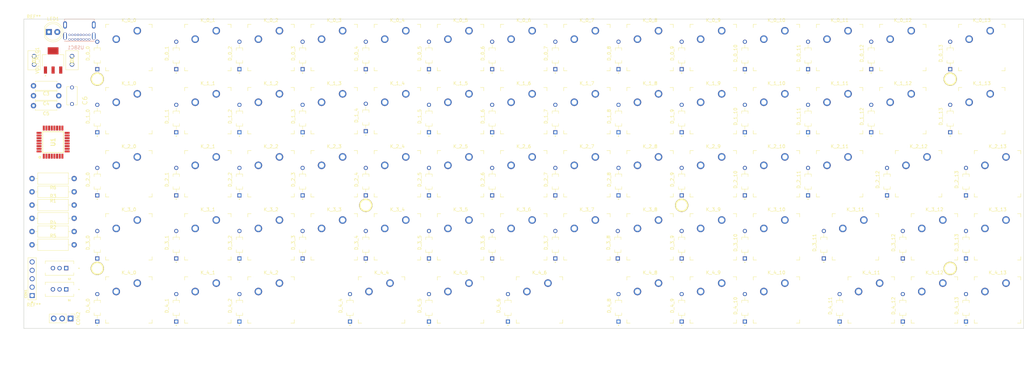
<source format=kicad_pcb>
(kicad_pcb (version 20171130) (host pcbnew "(5.1.10)-1")
  (layers (0 F.Cu signal) (31 B.Cu signal) (34 B.Paste user) (35 F.Paste user) (36 B.SilkS user) (37 F.SilkS user) (38 B.Mask user) (39 F.Mask user) (44 Edge.Cuts user))
  (net 0 "")
  (net 1 GND)
  (net 2 +5V)
  (net 3 +3V3)
  (net 4 RESET)
  (net 5 SWCLK)
  (net 6 SWDIO)
  (net 7 "Net-(CON2-Pad2)")
  (net 8 "Net-(D_0_0-Pad2)")
  (net 9 R0)
  (net 10 "Net-(D_0_1-Pad2)")
  (net 11 "Net-(D_0_2-Pad2)")
  (net 12 "Net-(D_0_3-Pad2)")
  (net 13 "Net-(D_0_4-Pad2)")
  (net 14 "Net-(D_0_5-Pad2)")
  (net 15 "Net-(D_0_6-Pad2)")
  (net 16 "Net-(D_0_7-Pad2)")
  (net 17 "Net-(D_0_8-Pad2)")
  (net 18 "Net-(D_0_9-Pad2)")
  (net 19 "Net-(D_0_10-Pad2)")
  (net 20 "Net-(D_0_11-Pad2)")
  (net 21 "Net-(D_0_12-Pad2)")
  (net 22 "Net-(D_0_13-Pad2)")
  (net 23 "Net-(D_1_0-Pad2)")
  (net 24 R1)
  (net 25 "Net-(D_1_1-Pad2)")
  (net 26 "Net-(D_1_2-Pad2)")
  (net 27 "Net-(D_1_3-Pad2)")
  (net 28 "Net-(D_1_4-Pad2)")
  (net 29 "Net-(D_1_5-Pad2)")
  (net 30 "Net-(D_1_6-Pad2)")
  (net 31 "Net-(D_1_7-Pad2)")
  (net 32 "Net-(D_1_8-Pad2)")
  (net 33 "Net-(D_1_9-Pad2)")
  (net 34 "Net-(D_1_10-Pad2)")
  (net 35 "Net-(D_1_11-Pad2)")
  (net 36 "Net-(D_1_12-Pad2)")
  (net 37 "Net-(D_1_13-Pad2)")
  (net 38 "Net-(D_2_0-Pad2)")
  (net 39 R2)
  (net 40 "Net-(D_2_1-Pad2)")
  (net 41 "Net-(D_2_2-Pad2)")
  (net 42 "Net-(D_2_3-Pad2)")
  (net 43 "Net-(D_2_4-Pad2)")
  (net 44 "Net-(D_2_5-Pad2)")
  (net 45 "Net-(D_2_6-Pad2)")
  (net 46 "Net-(D_2_7-Pad2)")
  (net 47 "Net-(D_2_8-Pad2)")
  (net 48 "Net-(D_2_9-Pad2)")
  (net 49 "Net-(D_2_10-Pad2)")
  (net 50 "Net-(D_2_11-Pad2)")
  (net 51 "Net-(D_2_12-Pad2)")
  (net 52 "Net-(D_2_13-Pad2)")
  (net 53 "Net-(D_3_0-Pad2)")
  (net 54 R3)
  (net 55 "Net-(D_3_1-Pad2)")
  (net 56 "Net-(D_3_2-Pad2)")
  (net 57 "Net-(D_3_3-Pad2)")
  (net 58 "Net-(D_3_4-Pad2)")
  (net 59 "Net-(D_3_5-Pad2)")
  (net 60 "Net-(D_3_6-Pad2)")
  (net 61 "Net-(D_3_7-Pad2)")
  (net 62 "Net-(D_3_8-Pad2)")
  (net 63 "Net-(D_3_9-Pad2)")
  (net 64 "Net-(D_3_10-Pad2)")
  (net 65 "Net-(D_3_11-Pad2)")
  (net 66 "Net-(D_3_12-Pad2)")
  (net 67 "Net-(D_3_13-Pad2)")
  (net 68 "Net-(D_4_0-Pad2)")
  (net 69 R4)
  (net 70 "Net-(D_4_1-Pad2)")
  (net 71 "Net-(D_4_2-Pad2)")
  (net 72 "Net-(D_4_4-Pad2)")
  (net 73 "Net-(D_4_5-Pad2)")
  (net 74 "Net-(D_4_6-Pad2)")
  (net 75 "Net-(D_4_8-Pad2)")
  (net 76 "Net-(D_4_9-Pad2)")
  (net 77 "Net-(D_4_10-Pad2)")
  (net 78 "Net-(D_4_11-Pad2)")
  (net 79 "Net-(D_4_12-Pad2)")
  (net 80 "Net-(D_4_13-Pad2)")
  (net 81 C0)
  (net 82 C1)
  (net 83 C2)
  (net 84 C3)
  (net 85 C4)
  (net 86 C5)
  (net 87 C6)
  (net 88 C7)
  (net 89 C8)
  (net 90 C9)
  (net 91 C10)
  (net 92 C11)
  (net 93 C12)
  (net 94 C13)
  (net 95 "Net-(LED1-Pad2)")
  (net 96 "Net-(R1-Pad2)")
  (net 97 BOOT)
  (net 98 "Net-(R3-Pad2)")
  (net 99 LED_DATA)
  (net 100 STATUS_LED_DATA)
  (net 101 "Net-(S1-Pad3)")
  (net 102 "Net-(S2-Pad3)")
  (net 103 D_P)
  (net 104 D_N)
  (net 105 "Net-(USBC1-PadB8)")
  (net 106 "Net-(USBC1-PadA8)")
  (module MountingHole:MountingHole_2.7mm_M2.5 (layer F.Cu) (at 42.775 195.7)
    (fp_text reference REF** (at 0 -3.7) (layer F.SilkS))
    (fp_text value MountingHole_2.7mm_M2.5)
    (pad 1 np_thru_hole circle (at 0 0) (size 2.7 2.7) (drill 2.7) (layers *.Cu *.Mask))
  )
  (module MountingHole:MountingHole_2.7mm_M2.5 (layer F.Cu) (at 42.775 108.7)
    (fp_text reference REF** (at 0 -3.7) (layer F.SilkS))
    (fp_text value MountingHole_2.7mm_M2.5)
    (pad 1 np_thru_hole circle (at 0 0) (size 2.7 2.7) (drill 2.7) (layers *.Cu *.Mask))
  )
  (module keyboard_parts.pretty-master:HOLE_M3 (layer F.Cu) (at 238.125 161.925)
    (fp_text reference HOLE_M3 hide)
    (fp_text value VAL** hide)
    (pad 1 thru_hole circle (at 0 0) (size 4 4) (drill 3.2) (layers *.Cu *.Mask F.SilkS))
  )
  (module keyboard_parts.pretty-master:HOLE_M3 (layer F.Cu) (at 142.875 161.925)
    (fp_text reference HOLE_M3 hide)
    (fp_text value VAL** hide)
    (pad 1 thru_hole circle (at 0 0) (size 4 4) (drill 3.2) (layers *.Cu *.Mask F.SilkS))
  )
  (module keyboard_parts.pretty-master:HOLE_M3 (layer F.Cu) (at 319.0875 180.975)
    (fp_text reference HOLE_M3 hide)
    (fp_text value VAL** hide)
    (pad 1 thru_hole circle (at 0 0) (size 4 4) (drill 3.2) (layers *.Cu *.Mask F.SilkS))
  )
  (module keyboard_parts.pretty-master:HOLE_M3 (layer F.Cu) (at 61.9125 180.975)
    (fp_text reference HOLE_M3 hide)
    (fp_text value VAL** hide)
    (pad 1 thru_hole circle (at 0 0) (size 4 4) (drill 3.2) (layers *.Cu *.Mask F.SilkS))
  )
  (module keyboard_parts.pretty-master:HOLE_M3 (layer F.Cu) (at 319.0875 123.825)
    (fp_text reference HOLE_M3 hide)
    (fp_text value VAL** hide)
    (pad 1 thru_hole circle (at 0 0) (size 4 4) (drill 3.2) (layers *.Cu *.Mask F.SilkS))
  )
  (module keyboard_parts.pretty-master:HOLE_M3 (layer F.Cu) (at 61.9125 123.825)
    (fp_text reference HOLE_M3 hide)
    (fp_text value VAL** hide)
    (pad 1 thru_hole circle (at 0 0) (size 4 4) (drill 3.2) (layers *.Cu *.Mask F.SilkS))
  )
  (module TLV1117-33IDCY:SOT230P700X180-4N (layer F.Cu) (at 48.5875 118.1875 90)
    (fp_text reference VOLT_REG1 (at -0.025 -4.754 90) (layer F.SilkS))
    (fp_text value TLV1117-33)
    (pad 4 smd rect (at 2.9 0) (size 3.25 2.15) (layers F.Cu F.Paste F.Mask))
    (pad 3 smd rect (at -2.9 2.3) (size 0.95 2.15) (layers F.Cu F.Paste F.Mask) (net 2 +5V))
    (pad 2 smd rect (at -2.9 0) (size 0.95 2.15) (layers F.Cu F.Paste F.Mask) (net 3 +3V3))
    (pad 1 smd rect (at -2.9 -2.3) (size 0.95 2.15) (layers F.Cu F.Paste F.Mask) (net 1 GND))
  )
  (module USB4085-GF-A_REVA4:GCT_USB4085-GF-A_REVA4 (layer B.Cu) (at 56.525 107.8)
    (fp_text reference USBC1 (at -1.097425 6.515415) (layer B.SilkS) (effects (font (size 1.00015 1.00015)) (justify mirror)))
    (fp_text value USB4085-GF-A_REVA4)
    (pad P4 thru_hole oval (at -4.325 -0.335) (size 1.108 2.216) (drill oval 0.6 1.4) (layers *.Cu *.Mask) (net 1 GND))
    (pad P3 thru_hole oval (at 4.325 -0.335) (size 1.108 2.216) (drill oval 0.6 1.4) (layers *.Cu *.Mask) (net 1 GND))
    (pad P2 thru_hole oval (at 4.325 3.045) (size 1.108 2.216) (drill oval 0.6 2.1) (layers *.Cu *.Mask) (net 1 GND))
    (pad P1 thru_hole oval (at -4.325 3.045) (size 1.108 2.216) (drill oval 0.6 2.1) (layers *.Cu *.Mask) (net 1 GND))
    (pad B12 thru_hole circle (at -2.975 2.675) (size 0.65 0.65) (drill 0.4) (layers *.Cu *.Mask) (net 1 GND))
    (pad B9 thru_hole circle (at -2.125 2.675) (size 0.65 0.65) (drill 0.4) (layers *.Cu *.Mask) (net 2 +5V))
    (pad B8 thru_hole circle (at -1.275 2.675) (size 0.65 0.65) (drill 0.4) (layers *.Cu *.Mask) (net 105 "Net-(USBC1-PadB8)"))
    (pad B7 thru_hole circle (at -0.425 2.675) (size 0.65 0.65) (drill 0.4) (layers *.Cu *.Mask) (net 104 D_N))
    (pad B6 thru_hole circle (at 0.425 2.675) (size 0.65 0.65) (drill 0.4) (layers *.Cu *.Mask) (net 103 D_P))
    (pad B5 thru_hole circle (at 1.275 2.675) (size 0.65 0.65) (drill 0.4) (layers *.Cu *.Mask) (net 96 "Net-(R1-Pad2)"))
    (pad B4 thru_hole circle (at 2.125 2.675) (size 0.65 0.65) (drill 0.4) (layers *.Cu *.Mask) (net 2 +5V))
    (pad B1 thru_hole circle (at 2.975 2.675) (size 0.65 0.65) (drill 0.4) (layers *.Cu *.Mask) (net 1 GND))
    (pad A12 thru_hole circle (at 2.975 4.025) (size 0.65 0.65) (drill 0.4) (layers *.Cu *.Mask) (net 1 GND))
    (pad A9 thru_hole circle (at 2.125 4.025) (size 0.65 0.65) (drill 0.4) (layers *.Cu *.Mask) (net 2 +5V))
    (pad A8 thru_hole circle (at 1.275 4.025) (size 0.65 0.65) (drill 0.4) (layers *.Cu *.Mask) (net 106 "Net-(USBC1-PadA8)"))
    (pad A7 thru_hole circle (at 0.425 4.025) (size 0.65 0.65) (drill 0.4) (layers *.Cu *.Mask) (net 104 D_N))
    (pad A6 thru_hole circle (at -0.425 4.025) (size 0.65 0.65) (drill 0.4) (layers *.Cu *.Mask) (net 103 D_P))
    (pad A5 thru_hole circle (at -1.275 4.025) (size 0.65 0.65) (drill 0.4) (layers *.Cu *.Mask) (net 98 "Net-(R3-Pad2)"))
    (pad A4 thru_hole circle (at -2.125 4.025) (size 0.65 0.65) (drill 0.4) (layers *.Cu *.Mask) (net 2 +5V))
    (pad A1 thru_hole circle (at -2.975 4.025) (size 0.65 0.65) (drill 0.4) (layers *.Cu *.Mask) (net 1 GND))
  )
  (module STM32L072KZT6:QFP80P900X900X160-32N (layer F.Cu) (at 48.5875 142.85 90)
    (fp_text reference U1 (at 0 0 90) (layer F.SilkS) (effects (font (size 1.27 1.27) (thickness 0.254))))
    (fp_text value STM32L072KZT6 hide)
    (pad 1 smd rect (at -4.238 -2.8 180) (size 0.6 1.475) (layers F.Cu F.Paste F.Mask) (net 3 +3V3))
    (pad 2 smd rect (at -4.238 -2 180) (size 0.6 1.475) (layers F.Cu F.Paste F.Mask) (net 99 LED_DATA))
    (pad 3 smd rect (at -4.238 -1.2 180) (size 0.6 1.475) (layers F.Cu F.Paste F.Mask) (net 100 STATUS_LED_DATA))
    (pad 4 smd rect (at -4.238 -0.4 180) (size 0.6 1.475) (layers F.Cu F.Paste F.Mask) (net 4 RESET))
    (pad 5 smd rect (at -4.238 0.4 180) (size 0.6 1.475) (layers F.Cu F.Paste F.Mask) (net 3 +3V3))
    (pad 6 smd rect (at -4.238 1.2 180) (size 0.6 1.475) (layers F.Cu F.Paste F.Mask) (net 9 R0))
    (pad 7 smd rect (at -4.238 2 180) (size 0.6 1.475) (layers F.Cu F.Paste F.Mask) (net 24 R1))
    (pad 8 smd rect (at -4.238 2.8 180) (size 0.6 1.475) (layers F.Cu F.Paste F.Mask) (net 39 R2))
    (pad 9 smd rect (at -2.8 4.238 90) (size 0.6 1.475) (layers F.Cu F.Paste F.Mask) (net 54 R3))
    (pad 10 smd rect (at -2 4.238 90) (size 0.6 1.475) (layers F.Cu F.Paste F.Mask) (net 69 R4))
    (pad 11 smd rect (at -1.2 4.238 90) (size 0.6 1.475) (layers F.Cu F.Paste F.Mask) (net 81 C0))
    (pad 12 smd rect (at -0.4 4.238 90) (size 0.6 1.475) (layers F.Cu F.Paste F.Mask) (net 82 C1))
    (pad 13 smd rect (at 0.4 4.238 90) (size 0.6 1.475) (layers F.Cu F.Paste F.Mask) (net 83 C2))
    (pad 14 smd rect (at 1.2 4.238 90) (size 0.6 1.475) (layers F.Cu F.Paste F.Mask) (net 84 C3))
    (pad 15 smd rect (at 2 4.238 90) (size 0.6 1.475) (layers F.Cu F.Paste F.Mask) (net 85 C4))
    (pad 16 smd rect (at 2.8 4.238 90) (size 0.6 1.475) (layers F.Cu F.Paste F.Mask) (net 1 GND))
    (pad 17 smd rect (at 4.238 2.8 180) (size 0.6 1.475) (layers F.Cu F.Paste F.Mask) (net 3 +3V3))
    (pad 18 smd rect (at 4.238 2 180) (size 0.6 1.475) (layers F.Cu F.Paste F.Mask) (net 86 C5))
    (pad 19 smd rect (at 4.238 1.2 180) (size 0.6 1.475) (layers F.Cu F.Paste F.Mask) (net 87 C6))
    (pad 20 smd rect (at 4.238 0.4 180) (size 0.6 1.475) (layers F.Cu F.Paste F.Mask) (net 88 C7))
    (pad 21 smd rect (at 4.238 -0.4 180) (size 0.6 1.475) (layers F.Cu F.Paste F.Mask) (net 104 D_N))
    (pad 22 smd rect (at 4.238 -1.2 180) (size 0.6 1.475) (layers F.Cu F.Paste F.Mask) (net 103 D_P))
    (pad 23 smd rect (at 4.238 -2 180) (size 0.6 1.475) (layers F.Cu F.Paste F.Mask) (net 6 SWDIO))
    (pad 24 smd rect (at 4.238 -2.8 180) (size 0.6 1.475) (layers F.Cu F.Paste F.Mask) (net 5 SWCLK))
    (pad 25 smd rect (at 2.8 -4.238 90) (size 0.6 1.475) (layers F.Cu F.Paste F.Mask) (net 89 C8))
    (pad 26 smd rect (at 2 -4.238 90) (size 0.6 1.475) (layers F.Cu F.Paste F.Mask) (net 90 C9))
    (pad 27 smd rect (at 1.2 -4.238 90) (size 0.6 1.475) (layers F.Cu F.Paste F.Mask) (net 91 C10))
    (pad 28 smd rect (at 0.4 -4.238 90) (size 0.6 1.475) (layers F.Cu F.Paste F.Mask) (net 92 C11))
    (pad 29 smd rect (at -0.4 -4.238 90) (size 0.6 1.475) (layers F.Cu F.Paste F.Mask) (net 93 C12))
    (pad 30 smd rect (at -1.2 -4.238 90) (size 0.6 1.475) (layers F.Cu F.Paste F.Mask) (net 94 C13))
    (pad 31 smd rect (at -2 -4.238 90) (size 0.6 1.475) (layers F.Cu F.Paste F.Mask) (net 97 BOOT))
    (pad 32 smd rect (at -2.8 -4.238 90) (size 0.6 1.475) (layers F.Cu F.Paste F.Mask) (net 1 GND))
  )
  (module OS102011MS2QN1:SW_OS102011MS2QN1 (layer F.Cu) (at 50.5375 180.9 180)
    (fp_text reference S2 (at -2.976555 -3.305417) (layer F.SilkS) (effects (font (size 0.48009 0.48009))))
    (fp_text value OS102011MS2QN1)
    (pad None np_thru_hole circle (at 4.1 0 180) (size 1.5 1.5) (drill 1.5) (layers *.Cu *.Mask))
    (pad None np_thru_hole circle (at -4.1 0 180) (size 1.5 1.5) (drill 1.5) (layers *.Cu *.Mask))
    (pad 3 thru_hole circle (at 2 0 180) (size 1.308 1.308) (drill 0.8) (layers *.Cu *.Mask) (net 102 "Net-(S2-Pad3)"))
    (pad 2 thru_hole circle (at 0 0 180) (size 1.308 1.308) (drill 0.8) (layers *.Cu *.Mask) (net 1 GND))
    (pad 1 thru_hole rect (at -2 0 180) (size 1.308 1.308) (drill 0.8) (layers *.Cu *.Mask) (net 4 RESET))
  )
  (module OS102011MS2QN1:SW_OS102011MS2QN1 (layer F.Cu) (at 50.5375 187.3 180)
    (fp_text reference S1 (at -2.976555 -3.305417) (layer F.SilkS) (effects (font (size 0.48009 0.48009))))
    (fp_text value OS102011MS2QN1)
    (pad None np_thru_hole circle (at 4.1 0 180) (size 1.5 1.5) (drill 1.5) (layers *.Cu *.Mask))
    (pad None np_thru_hole circle (at -4.1 0 180) (size 1.5 1.5) (drill 1.5) (layers *.Cu *.Mask))
    (pad 3 thru_hole circle (at 2 0 180) (size 1.308 1.308) (drill 0.8) (layers *.Cu *.Mask) (net 101 "Net-(S1-Pad3)"))
    (pad 2 thru_hole circle (at 0 0 180) (size 1.308 1.308) (drill 0.8) (layers *.Cu *.Mask) (net 3 +3V3))
    (pad 1 thru_hole rect (at -2 0 180) (size 1.308 1.308) (drill 0.8) (layers *.Cu *.Mask) (net 97 BOOT))
  )
  (module Resistor_THT:R_Axial_DIN0309_L9.0mm_D3.2mm_P12.70mm_Horizontal (layer F.Cu) (at 54.9375 153.85 180)
    (fp_text reference R6 (at 6.35 -2.72) (layer F.SilkS))
    (fp_text value R)
    (pad 2 thru_hole oval (at 12.7 0 180) (size 1.6 1.6) (drill 0.8) (layers *.Cu *.Mask) (net 95 "Net-(LED1-Pad2)"))
    (pad 1 thru_hole circle (at 0 0 180) (size 1.6 1.6) (drill 0.8) (layers *.Cu *.Mask) (net 100 STATUS_LED_DATA))
  )
  (module Resistor_THT:R_Axial_DIN0309_L9.0mm_D3.2mm_P12.70mm_Horizontal (layer F.Cu) (at 42.2375 173.85)
    (fp_text reference R5 (at 6.35 -2.72) (layer F.SilkS))
    (fp_text value 330)
    (pad 2 thru_hole oval (at 12.7 0) (size 1.6 1.6) (drill 0.8) (layers *.Cu *.Mask) (net 99 LED_DATA))
    (pad 1 thru_hole circle (at 0 0) (size 1.6 1.6) (drill 0.8) (layers *.Cu *.Mask) (net 7 "Net-(CON2-Pad2)"))
  )
  (module Resistor_THT:R_Axial_DIN0309_L9.0mm_D3.2mm_P12.70mm_Horizontal (layer F.Cu) (at 42.2375 169.85)
    (fp_text reference R4 (at 6.35 -2.72) (layer F.SilkS))
    (fp_text value 10k)
    (pad 2 thru_hole oval (at 12.7 0) (size 1.6 1.6) (drill 0.8) (layers *.Cu *.Mask) (net 4 RESET))
    (pad 1 thru_hole circle (at 0 0) (size 1.6 1.6) (drill 0.8) (layers *.Cu *.Mask) (net 3 +3V3))
  )
  (module Resistor_THT:R_Axial_DIN0309_L9.0mm_D3.2mm_P12.70mm_Horizontal (layer F.Cu) (at 42.2375 161.85)
    (fp_text reference R3 (at 6.35 -2.72) (layer F.SilkS))
    (fp_text value 5.1k)
    (pad 2 thru_hole oval (at 12.7 0) (size 1.6 1.6) (drill 0.8) (layers *.Cu *.Mask) (net 98 "Net-(R3-Pad2)"))
    (pad 1 thru_hole circle (at 0 0) (size 1.6 1.6) (drill 0.8) (layers *.Cu *.Mask) (net 1 GND))
  )
  (module Resistor_THT:R_Axial_DIN0309_L9.0mm_D3.2mm_P12.70mm_Horizontal (layer F.Cu) (at 54.9375 165.85 180)
    (fp_text reference R2 (at 6.35 -2.72) (layer F.SilkS))
    (fp_text value 10k)
    (pad 2 thru_hole oval (at 12.7 0 180) (size 1.6 1.6) (drill 0.8) (layers *.Cu *.Mask) (net 1 GND))
    (pad 1 thru_hole circle (at 0 0 180) (size 1.6 1.6) (drill 0.8) (layers *.Cu *.Mask) (net 97 BOOT))
  )
  (module Resistor_THT:R_Axial_DIN0309_L9.0mm_D3.2mm_P12.70mm_Horizontal (layer F.Cu) (at 54.9375 157.85 180)
    (fp_text reference R1 (at 6.35 -2.72) (layer F.SilkS))
    (fp_text value 5.1k)
    (pad 2 thru_hole oval (at 12.7 0 180) (size 1.6 1.6) (drill 0.8) (layers *.Cu *.Mask) (net 96 "Net-(R1-Pad2)"))
    (pad 1 thru_hole circle (at 0 0 180) (size 1.6 1.6) (drill 0.8) (layers *.Cu *.Mask) (net 1 GND))
  )
  (module LED_THT:LED_D5.0mm_Clear (layer F.Cu) (at 47.3125 109.6)
    (fp_text reference LED1 (at 1.27 -3.96) (layer F.SilkS))
    (fp_text value LED)
    (pad 2 thru_hole circle (at 2.54 0) (size 1.8 1.8) (drill 0.9) (layers *.Cu *.Mask) (net 95 "Net-(LED1-Pad2)"))
    (pad 1 thru_hole rect (at 0 0) (size 1.8 1.8) (drill 0.9) (layers *.Cu *.Mask) (net 1 GND))
  )
  (module keyswitches:SW_MX (layer F.Cu) (at 333.375 190.5)
    (fp_text reference K_4_13 (at 0 -8.255) (layer F.SilkS))
    (fp_text value KEYSW)
    (pad "" np_thru_hole circle (at -5.08 0) (size 1.7018 1.7018) (drill 1.7018) (layers *.Cu *.Mask))
    (pad "" np_thru_hole circle (at 5.08 0) (size 1.7018 1.7018) (drill 1.7018) (layers *.Cu *.Mask))
    (pad 2 thru_hole circle (at -3.81 -2.54) (size 2.286 2.286) (drill 1.4986) (layers *.Cu *.Mask) (net 80 "Net-(D_4_13-Pad2)"))
    (pad "" np_thru_hole circle (at 0 0) (size 3.9878 3.9878) (drill 3.9878) (layers *.Cu *.Mask))
    (pad 1 thru_hole circle (at 2.54 -5.08) (size 2.286 2.286) (drill 1.4986) (layers *.Cu *.Mask) (net 94 C13))
  )
  (module keyswitches:SW_MX (layer F.Cu) (at 314.325 190.5)
    (fp_text reference K_4_12 (at 0 -8.255) (layer F.SilkS))
    (fp_text value KEYSW)
    (pad "" np_thru_hole circle (at -5.08 0) (size 1.7018 1.7018) (drill 1.7018) (layers *.Cu *.Mask))
    (pad "" np_thru_hole circle (at 5.08 0) (size 1.7018 1.7018) (drill 1.7018) (layers *.Cu *.Mask))
    (pad 2 thru_hole circle (at -3.81 -2.54) (size 2.286 2.286) (drill 1.4986) (layers *.Cu *.Mask) (net 79 "Net-(D_4_12-Pad2)"))
    (pad "" np_thru_hole circle (at 0 0) (size 3.9878 3.9878) (drill 3.9878) (layers *.Cu *.Mask))
    (pad 1 thru_hole circle (at 2.54 -5.08) (size 2.286 2.286) (drill 1.4986) (layers *.Cu *.Mask) (net 93 C12))
  )
  (module keyswitches:SW_MX (layer F.Cu) (at 295.275 190.5)
    (fp_text reference K_4_11 (at 0 -8.255) (layer F.SilkS))
    (fp_text value KEYSW)
    (pad "" np_thru_hole circle (at -5.08 0) (size 1.7018 1.7018) (drill 1.7018) (layers *.Cu *.Mask))
    (pad "" np_thru_hole circle (at 5.08 0) (size 1.7018 1.7018) (drill 1.7018) (layers *.Cu *.Mask))
    (pad 2 thru_hole circle (at -3.81 -2.54) (size 2.286 2.286) (drill 1.4986) (layers *.Cu *.Mask) (net 78 "Net-(D_4_11-Pad2)"))
    (pad "" np_thru_hole circle (at 0 0) (size 3.9878 3.9878) (drill 3.9878) (layers *.Cu *.Mask))
    (pad 1 thru_hole circle (at 2.54 -5.08) (size 2.286 2.286) (drill 1.4986) (layers *.Cu *.Mask) (net 92 C11))
  )
  (module keyswitches:SW_MX (layer F.Cu) (at 266.7 190.5)
    (fp_text reference K_4_10 (at 0 -8.255) (layer F.SilkS))
    (fp_text value KEYSW)
    (pad "" np_thru_hole circle (at -5.08 0) (size 1.7018 1.7018) (drill 1.7018) (layers *.Cu *.Mask))
    (pad "" np_thru_hole circle (at 5.08 0) (size 1.7018 1.7018) (drill 1.7018) (layers *.Cu *.Mask))
    (pad 2 thru_hole circle (at -3.81 -2.54) (size 2.286 2.286) (drill 1.4986) (layers *.Cu *.Mask) (net 77 "Net-(D_4_10-Pad2)"))
    (pad "" np_thru_hole circle (at 0 0) (size 3.9878 3.9878) (drill 3.9878) (layers *.Cu *.Mask))
    (pad 1 thru_hole circle (at 2.54 -5.08) (size 2.286 2.286) (drill 1.4986) (layers *.Cu *.Mask) (net 91 C10))
  )
  (module keyswitches:SW_MX (layer F.Cu) (at 247.65 190.5)
    (fp_text reference K_4_9 (at 0 -8.255) (layer F.SilkS))
    (fp_text value KEYSW)
    (pad "" np_thru_hole circle (at -5.08 0) (size 1.7018 1.7018) (drill 1.7018) (layers *.Cu *.Mask))
    (pad "" np_thru_hole circle (at 5.08 0) (size 1.7018 1.7018) (drill 1.7018) (layers *.Cu *.Mask))
    (pad 2 thru_hole circle (at -3.81 -2.54) (size 2.286 2.286) (drill 1.4986) (layers *.Cu *.Mask) (net 76 "Net-(D_4_9-Pad2)"))
    (pad "" np_thru_hole circle (at 0 0) (size 3.9878 3.9878) (drill 3.9878) (layers *.Cu *.Mask))
    (pad 1 thru_hole circle (at 2.54 -5.08) (size 2.286 2.286) (drill 1.4986) (layers *.Cu *.Mask) (net 90 C9))
  )
  (module keyswitches:SW_MX (layer F.Cu) (at 228.6 190.5)
    (fp_text reference K_4_8 (at 0 -8.255) (layer F.SilkS))
    (fp_text value KEYSW)
    (pad "" np_thru_hole circle (at -5.08 0) (size 1.7018 1.7018) (drill 1.7018) (layers *.Cu *.Mask))
    (pad "" np_thru_hole circle (at 5.08 0) (size 1.7018 1.7018) (drill 1.7018) (layers *.Cu *.Mask))
    (pad 2 thru_hole circle (at -3.81 -2.54) (size 2.286 2.286) (drill 1.4986) (layers *.Cu *.Mask) (net 75 "Net-(D_4_8-Pad2)"))
    (pad "" np_thru_hole circle (at 0 0) (size 3.9878 3.9878) (drill 3.9878) (layers *.Cu *.Mask))
    (pad 1 thru_hole circle (at 2.54 -5.08) (size 2.286 2.286) (drill 1.4986) (layers *.Cu *.Mask) (net 89 C8))
  )
  (module keyswitches:SW_MX (layer F.Cu) (at 195.2625 190.5)
    (fp_text reference K_4_6 (at 0 -8.255) (layer F.SilkS))
    (fp_text value KEYSW)
    (pad "" np_thru_hole circle (at -5.08 0) (size 1.7018 1.7018) (drill 1.7018) (layers *.Cu *.Mask))
    (pad "" np_thru_hole circle (at 5.08 0) (size 1.7018 1.7018) (drill 1.7018) (layers *.Cu *.Mask))
    (pad 2 thru_hole circle (at -3.81 -2.54) (size 2.286 2.286) (drill 1.4986) (layers *.Cu *.Mask) (net 74 "Net-(D_4_6-Pad2)"))
    (pad "" np_thru_hole circle (at 0 0) (size 3.9878 3.9878) (drill 3.9878) (layers *.Cu *.Mask))
    (pad 1 thru_hole circle (at 2.54 -5.08) (size 2.286 2.286) (drill 1.4986) (layers *.Cu *.Mask) (net 87 C6))
  )
  (module keyswitches:SW_MX (layer F.Cu) (at 171.45 190.5)
    (fp_text reference K_4_5 (at 0 -8.255) (layer F.SilkS))
    (fp_text value KEYSW)
    (pad "" np_thru_hole circle (at -5.08 0) (size 1.7018 1.7018) (drill 1.7018) (layers *.Cu *.Mask))
    (pad "" np_thru_hole circle (at 5.08 0) (size 1.7018 1.7018) (drill 1.7018) (layers *.Cu *.Mask))
    (pad 2 thru_hole circle (at -3.81 -2.54) (size 2.286 2.286) (drill 1.4986) (layers *.Cu *.Mask) (net 73 "Net-(D_4_5-Pad2)"))
    (pad "" np_thru_hole circle (at 0 0) (size 3.9878 3.9878) (drill 3.9878) (layers *.Cu *.Mask))
    (pad 1 thru_hole circle (at 2.54 -5.08) (size 2.286 2.286) (drill 1.4986) (layers *.Cu *.Mask) (net 86 C5))
  )
  (module keyswitches:SW_MX (layer F.Cu) (at 147.6375 190.5)
    (fp_text reference K_4_4 (at 0 -8.255) (layer F.SilkS))
    (fp_text value KEYSW)
    (pad "" np_thru_hole circle (at -5.08 0) (size 1.7018 1.7018) (drill 1.7018) (layers *.Cu *.Mask))
    (pad "" np_thru_hole circle (at 5.08 0) (size 1.7018 1.7018) (drill 1.7018) (layers *.Cu *.Mask))
    (pad 2 thru_hole circle (at -3.81 -2.54) (size 2.286 2.286) (drill 1.4986) (layers *.Cu *.Mask) (net 72 "Net-(D_4_4-Pad2)"))
    (pad "" np_thru_hole circle (at 0 0) (size 3.9878 3.9878) (drill 3.9878) (layers *.Cu *.Mask))
    (pad 1 thru_hole circle (at 2.54 -5.08) (size 2.286 2.286) (drill 1.4986) (layers *.Cu *.Mask) (net 85 C4))
  )
  (module keyswitches:SW_MX (layer F.Cu) (at 114.3 190.5)
    (fp_text reference K_4_2 (at 0 -8.255) (layer F.SilkS))
    (fp_text value KEYSW)
    (pad "" np_thru_hole circle (at -5.08 0) (size 1.7018 1.7018) (drill 1.7018) (layers *.Cu *.Mask))
    (pad "" np_thru_hole circle (at 5.08 0) (size 1.7018 1.7018) (drill 1.7018) (layers *.Cu *.Mask))
    (pad 2 thru_hole circle (at -3.81 -2.54) (size 2.286 2.286) (drill 1.4986) (layers *.Cu *.Mask) (net 71 "Net-(D_4_2-Pad2)"))
    (pad "" np_thru_hole circle (at 0 0) (size 3.9878 3.9878) (drill 3.9878) (layers *.Cu *.Mask))
    (pad 1 thru_hole circle (at 2.54 -5.08) (size 2.286 2.286) (drill 1.4986) (layers *.Cu *.Mask) (net 83 C2))
  )
  (module keyswitches:SW_MX (layer F.Cu) (at 95.25 190.5)
    (fp_text reference K_4_1 (at 0 -8.255) (layer F.SilkS))
    (fp_text value KEYSW)
    (pad "" np_thru_hole circle (at -5.08 0) (size 1.7018 1.7018) (drill 1.7018) (layers *.Cu *.Mask))
    (pad "" np_thru_hole circle (at 5.08 0) (size 1.7018 1.7018) (drill 1.7018) (layers *.Cu *.Mask))
    (pad 2 thru_hole circle (at -3.81 -2.54) (size 2.286 2.286) (drill 1.4986) (layers *.Cu *.Mask) (net 70 "Net-(D_4_1-Pad2)"))
    (pad "" np_thru_hole circle (at 0 0) (size 3.9878 3.9878) (drill 3.9878) (layers *.Cu *.Mask))
    (pad 1 thru_hole circle (at 2.54 -5.08) (size 2.286 2.286) (drill 1.4986) (layers *.Cu *.Mask) (net 82 C1))
  )
  (module keyswitches:SW_MX (layer F.Cu) (at 71.4375 190.5)
    (fp_text reference K_4_0 (at 0 -8.255) (layer F.SilkS))
    (fp_text value KEYSW)
    (pad "" np_thru_hole circle (at -5.08 0) (size 1.7018 1.7018) (drill 1.7018) (layers *.Cu *.Mask))
    (pad "" np_thru_hole circle (at 5.08 0) (size 1.7018 1.7018) (drill 1.7018) (layers *.Cu *.Mask))
    (pad 2 thru_hole circle (at -3.81 -2.54) (size 2.286 2.286) (drill 1.4986) (layers *.Cu *.Mask) (net 68 "Net-(D_4_0-Pad2)"))
    (pad "" np_thru_hole circle (at 0 0) (size 3.9878 3.9878) (drill 3.9878) (layers *.Cu *.Mask))
    (pad 1 thru_hole circle (at 2.54 -5.08) (size 2.286 2.286) (drill 1.4986) (layers *.Cu *.Mask) (net 81 C0))
  )
  (module keyswitches:SW_MX (layer F.Cu) (at 333.375 171.45)
    (fp_text reference K_3_13 (at 0 -8.255) (layer F.SilkS))
    (fp_text value KEYSW)
    (pad "" np_thru_hole circle (at -5.08 0) (size 1.7018 1.7018) (drill 1.7018) (layers *.Cu *.Mask))
    (pad "" np_thru_hole circle (at 5.08 0) (size 1.7018 1.7018) (drill 1.7018) (layers *.Cu *.Mask))
    (pad 2 thru_hole circle (at -3.81 -2.54) (size 2.286 2.286) (drill 1.4986) (layers *.Cu *.Mask) (net 67 "Net-(D_3_13-Pad2)"))
    (pad "" np_thru_hole circle (at 0 0) (size 3.9878 3.9878) (drill 3.9878) (layers *.Cu *.Mask))
    (pad 1 thru_hole circle (at 2.54 -5.08) (size 2.286 2.286) (drill 1.4986) (layers *.Cu *.Mask) (net 94 C13))
  )
  (module keyswitches:SW_MX (layer F.Cu) (at 314.325 171.45)
    (fp_text reference K_3_12 (at 0 -8.255) (layer F.SilkS))
    (fp_text value KEYSW)
    (pad "" np_thru_hole circle (at -5.08 0) (size 1.7018 1.7018) (drill 1.7018) (layers *.Cu *.Mask))
    (pad "" np_thru_hole circle (at 5.08 0) (size 1.7018 1.7018) (drill 1.7018) (layers *.Cu *.Mask))
    (pad 2 thru_hole circle (at -3.81 -2.54) (size 2.286 2.286) (drill 1.4986) (layers *.Cu *.Mask) (net 66 "Net-(D_3_12-Pad2)"))
    (pad "" np_thru_hole circle (at 0 0) (size 3.9878 3.9878) (drill 3.9878) (layers *.Cu *.Mask))
    (pad 1 thru_hole circle (at 2.54 -5.08) (size 2.286 2.286) (drill 1.4986) (layers *.Cu *.Mask) (net 93 C12))
  )
  (module keyswitches:SW_MX (layer F.Cu) (at 290.5125 171.45)
    (fp_text reference K_3_11 (at 0 -8.255) (layer F.SilkS))
    (fp_text value KEYSW)
    (pad "" np_thru_hole circle (at -5.08 0) (size 1.7018 1.7018) (drill 1.7018) (layers *.Cu *.Mask))
    (pad "" np_thru_hole circle (at 5.08 0) (size 1.7018 1.7018) (drill 1.7018) (layers *.Cu *.Mask))
    (pad 2 thru_hole circle (at -3.81 -2.54) (size 2.286 2.286) (drill 1.4986) (layers *.Cu *.Mask) (net 65 "Net-(D_3_11-Pad2)"))
    (pad "" np_thru_hole circle (at 0 0) (size 3.9878 3.9878) (drill 3.9878) (layers *.Cu *.Mask))
    (pad 1 thru_hole circle (at 2.54 -5.08) (size 2.286 2.286) (drill 1.4986) (layers *.Cu *.Mask) (net 92 C11))
  )
  (module keyswitches:SW_MX (layer F.Cu) (at 266.7 171.45)
    (fp_text reference K_3_10 (at 0 -8.255) (layer F.SilkS))
    (fp_text value KEYSW)
    (pad "" np_thru_hole circle (at -5.08 0) (size 1.7018 1.7018) (drill 1.7018) (layers *.Cu *.Mask))
    (pad "" np_thru_hole circle (at 5.08 0) (size 1.7018 1.7018) (drill 1.7018) (layers *.Cu *.Mask))
    (pad 2 thru_hole circle (at -3.81 -2.54) (size 2.286 2.286) (drill 1.4986) (layers *.Cu *.Mask) (net 64 "Net-(D_3_10-Pad2)"))
    (pad "" np_thru_hole circle (at 0 0) (size 3.9878 3.9878) (drill 3.9878) (layers *.Cu *.Mask))
    (pad 1 thru_hole circle (at 2.54 -5.08) (size 2.286 2.286) (drill 1.4986) (layers *.Cu *.Mask) (net 91 C10))
  )
  (module keyswitches:SW_MX (layer F.Cu) (at 247.65 171.45)
    (fp_text reference K_3_9 (at 0 -8.255) (layer F.SilkS))
    (fp_text value KEYSW)
    (pad "" np_thru_hole circle (at -5.08 0) (size 1.7018 1.7018) (drill 1.7018) (layers *.Cu *.Mask))
    (pad "" np_thru_hole circle (at 5.08 0) (size 1.7018 1.7018) (drill 1.7018) (layers *.Cu *.Mask))
    (pad 2 thru_hole circle (at -3.81 -2.54) (size 2.286 2.286) (drill 1.4986) (layers *.Cu *.Mask) (net 63 "Net-(D_3_9-Pad2)"))
    (pad "" np_thru_hole circle (at 0 0) (size 3.9878 3.9878) (drill 3.9878) (layers *.Cu *.Mask))
    (pad 1 thru_hole circle (at 2.54 -5.08) (size 2.286 2.286) (drill 1.4986) (layers *.Cu *.Mask) (net 90 C9))
  )
  (module keyswitches:SW_MX (layer F.Cu) (at 228.6 171.45)
    (fp_text reference K_3_8 (at 0 -8.255) (layer F.SilkS))
    (fp_text value KEYSW)
    (pad "" np_thru_hole circle (at -5.08 0) (size 1.7018 1.7018) (drill 1.7018) (layers *.Cu *.Mask))
    (pad "" np_thru_hole circle (at 5.08 0) (size 1.7018 1.7018) (drill 1.7018) (layers *.Cu *.Mask))
    (pad 2 thru_hole circle (at -3.81 -2.54) (size 2.286 2.286) (drill 1.4986) (layers *.Cu *.Mask) (net 62 "Net-(D_3_8-Pad2)"))
    (pad "" np_thru_hole circle (at 0 0) (size 3.9878 3.9878) (drill 3.9878) (layers *.Cu *.Mask))
    (pad 1 thru_hole circle (at 2.54 -5.08) (size 2.286 2.286) (drill 1.4986) (layers *.Cu *.Mask) (net 89 C8))
  )
  (module keyswitches:SW_MX (layer F.Cu) (at 209.55 171.45)
    (fp_text reference K_3_7 (at 0 -8.255) (layer F.SilkS))
    (fp_text value KEYSW)
    (pad "" np_thru_hole circle (at -5.08 0) (size 1.7018 1.7018) (drill 1.7018) (layers *.Cu *.Mask))
    (pad "" np_thru_hole circle (at 5.08 0) (size 1.7018 1.7018) (drill 1.7018) (layers *.Cu *.Mask))
    (pad 2 thru_hole circle (at -3.81 -2.54) (size 2.286 2.286) (drill 1.4986) (layers *.Cu *.Mask) (net 61 "Net-(D_3_7-Pad2)"))
    (pad "" np_thru_hole circle (at 0 0) (size 3.9878 3.9878) (drill 3.9878) (layers *.Cu *.Mask))
    (pad 1 thru_hole circle (at 2.54 -5.08) (size 2.286 2.286) (drill 1.4986) (layers *.Cu *.Mask) (net 88 C7))
  )
  (module keyswitches:SW_MX (layer F.Cu) (at 190.5 171.45)
    (fp_text reference K_3_6 (at 0 -8.255) (layer F.SilkS))
    (fp_text value KEYSW)
    (pad "" np_thru_hole circle (at -5.08 0) (size 1.7018 1.7018) (drill 1.7018) (layers *.Cu *.Mask))
    (pad "" np_thru_hole circle (at 5.08 0) (size 1.7018 1.7018) (drill 1.7018) (layers *.Cu *.Mask))
    (pad 2 thru_hole circle (at -3.81 -2.54) (size 2.286 2.286) (drill 1.4986) (layers *.Cu *.Mask) (net 60 "Net-(D_3_6-Pad2)"))
    (pad "" np_thru_hole circle (at 0 0) (size 3.9878 3.9878) (drill 3.9878) (layers *.Cu *.Mask))
    (pad 1 thru_hole circle (at 2.54 -5.08) (size 2.286 2.286) (drill 1.4986) (layers *.Cu *.Mask) (net 87 C6))
  )
  (module keyswitches:SW_MX (layer F.Cu) (at 171.45 171.45)
    (fp_text reference K_3_5 (at 0 -8.255) (layer F.SilkS))
    (fp_text value KEYSW)
    (pad "" np_thru_hole circle (at -5.08 0) (size 1.7018 1.7018) (drill 1.7018) (layers *.Cu *.Mask))
    (pad "" np_thru_hole circle (at 5.08 0) (size 1.7018 1.7018) (drill 1.7018) (layers *.Cu *.Mask))
    (pad 2 thru_hole circle (at -3.81 -2.54) (size 2.286 2.286) (drill 1.4986) (layers *.Cu *.Mask) (net 59 "Net-(D_3_5-Pad2)"))
    (pad "" np_thru_hole circle (at 0 0) (size 3.9878 3.9878) (drill 3.9878) (layers *.Cu *.Mask))
    (pad 1 thru_hole circle (at 2.54 -5.08) (size 2.286 2.286) (drill 1.4986) (layers *.Cu *.Mask) (net 86 C5))
  )
  (module keyswitches:SW_MX (layer F.Cu) (at 152.4 171.45)
    (fp_text reference K_3_4 (at 0 -8.255) (layer F.SilkS))
    (fp_text value KEYSW)
    (pad "" np_thru_hole circle (at -5.08 0) (size 1.7018 1.7018) (drill 1.7018) (layers *.Cu *.Mask))
    (pad "" np_thru_hole circle (at 5.08 0) (size 1.7018 1.7018) (drill 1.7018) (layers *.Cu *.Mask))
    (pad 2 thru_hole circle (at -3.81 -2.54) (size 2.286 2.286) (drill 1.4986) (layers *.Cu *.Mask) (net 58 "Net-(D_3_4-Pad2)"))
    (pad "" np_thru_hole circle (at 0 0) (size 3.9878 3.9878) (drill 3.9878) (layers *.Cu *.Mask))
    (pad 1 thru_hole circle (at 2.54 -5.08) (size 2.286 2.286) (drill 1.4986) (layers *.Cu *.Mask) (net 85 C4))
  )
  (module keyswitches:SW_MX (layer F.Cu) (at 133.35 171.45)
    (fp_text reference K_3_3 (at 0 -8.255) (layer F.SilkS))
    (fp_text value KEYSW)
    (pad "" np_thru_hole circle (at -5.08 0) (size 1.7018 1.7018) (drill 1.7018) (layers *.Cu *.Mask))
    (pad "" np_thru_hole circle (at 5.08 0) (size 1.7018 1.7018) (drill 1.7018) (layers *.Cu *.Mask))
    (pad 2 thru_hole circle (at -3.81 -2.54) (size 2.286 2.286) (drill 1.4986) (layers *.Cu *.Mask) (net 57 "Net-(D_3_3-Pad2)"))
    (pad "" np_thru_hole circle (at 0 0) (size 3.9878 3.9878) (drill 3.9878) (layers *.Cu *.Mask))
    (pad 1 thru_hole circle (at 2.54 -5.08) (size 2.286 2.286) (drill 1.4986) (layers *.Cu *.Mask) (net 84 C3))
  )
  (module keyswitches:SW_MX (layer F.Cu) (at 114.3 171.45)
    (fp_text reference K_3_2 (at 0 -8.255) (layer F.SilkS))
    (fp_text value KEYSW)
    (pad "" np_thru_hole circle (at -5.08 0) (size 1.7018 1.7018) (drill 1.7018) (layers *.Cu *.Mask))
    (pad "" np_thru_hole circle (at 5.08 0) (size 1.7018 1.7018) (drill 1.7018) (layers *.Cu *.Mask))
    (pad 2 thru_hole circle (at -3.81 -2.54) (size 2.286 2.286) (drill 1.4986) (layers *.Cu *.Mask) (net 56 "Net-(D_3_2-Pad2)"))
    (pad "" np_thru_hole circle (at 0 0) (size 3.9878 3.9878) (drill 3.9878) (layers *.Cu *.Mask))
    (pad 1 thru_hole circle (at 2.54 -5.08) (size 2.286 2.286) (drill 1.4986) (layers *.Cu *.Mask) (net 83 C2))
  )
  (module keyswitches:SW_MX (layer F.Cu) (at 95.25 171.45)
    (fp_text reference K_3_1 (at 0 -8.255) (layer F.SilkS))
    (fp_text value KEYSW)
    (pad "" np_thru_hole circle (at -5.08 0) (size 1.7018 1.7018) (drill 1.7018) (layers *.Cu *.Mask))
    (pad "" np_thru_hole circle (at 5.08 0) (size 1.7018 1.7018) (drill 1.7018) (layers *.Cu *.Mask))
    (pad 2 thru_hole circle (at -3.81 -2.54) (size 2.286 2.286) (drill 1.4986) (layers *.Cu *.Mask) (net 55 "Net-(D_3_1-Pad2)"))
    (pad "" np_thru_hole circle (at 0 0) (size 3.9878 3.9878) (drill 3.9878) (layers *.Cu *.Mask))
    (pad 1 thru_hole circle (at 2.54 -5.08) (size 2.286 2.286) (drill 1.4986) (layers *.Cu *.Mask) (net 82 C1))
  )
  (module keyswitches:SW_MX (layer F.Cu) (at 71.4375 171.45)
    (fp_text reference K_3_0 (at 0 -8.255) (layer F.SilkS))
    (fp_text value KEYSW)
    (pad "" np_thru_hole circle (at -5.08 0) (size 1.7018 1.7018) (drill 1.7018) (layers *.Cu *.Mask))
    (pad "" np_thru_hole circle (at 5.08 0) (size 1.7018 1.7018) (drill 1.7018) (layers *.Cu *.Mask))
    (pad 2 thru_hole circle (at -3.81 -2.54) (size 2.286 2.286) (drill 1.4986) (layers *.Cu *.Mask) (net 53 "Net-(D_3_0-Pad2)"))
    (pad "" np_thru_hole circle (at 0 0) (size 3.9878 3.9878) (drill 3.9878) (layers *.Cu *.Mask))
    (pad 1 thru_hole circle (at 2.54 -5.08) (size 2.286 2.286) (drill 1.4986) (layers *.Cu *.Mask) (net 81 C0))
  )
  (module keyswitches:SW_MX (layer F.Cu) (at 333.375 152.4)
    (fp_text reference K_2_13 (at 0 -8.255) (layer F.SilkS))
    (fp_text value KEYSW)
    (pad "" np_thru_hole circle (at -5.08 0) (size 1.7018 1.7018) (drill 1.7018) (layers *.Cu *.Mask))
    (pad "" np_thru_hole circle (at 5.08 0) (size 1.7018 1.7018) (drill 1.7018) (layers *.Cu *.Mask))
    (pad 2 thru_hole circle (at -3.81 -2.54) (size 2.286 2.286) (drill 1.4986) (layers *.Cu *.Mask) (net 52 "Net-(D_2_13-Pad2)"))
    (pad "" np_thru_hole circle (at 0 0) (size 3.9878 3.9878) (drill 3.9878) (layers *.Cu *.Mask))
    (pad 1 thru_hole circle (at 2.54 -5.08) (size 2.286 2.286) (drill 1.4986) (layers *.Cu *.Mask) (net 94 C13))
  )
  (module keyswitches:SW_MX (layer F.Cu) (at 309.5625 152.4)
    (fp_text reference K_2_12 (at 0 -8.255) (layer F.SilkS))
    (fp_text value KEYSW)
    (pad "" np_thru_hole circle (at -5.08 0) (size 1.7018 1.7018) (drill 1.7018) (layers *.Cu *.Mask))
    (pad "" np_thru_hole circle (at 5.08 0) (size 1.7018 1.7018) (drill 1.7018) (layers *.Cu *.Mask))
    (pad 2 thru_hole circle (at -3.81 -2.54) (size 2.286 2.286) (drill 1.4986) (layers *.Cu *.Mask) (net 51 "Net-(D_2_12-Pad2)"))
    (pad "" np_thru_hole circle (at 0 0) (size 3.9878 3.9878) (drill 3.9878) (layers *.Cu *.Mask))
    (pad 1 thru_hole circle (at 2.54 -5.08) (size 2.286 2.286) (drill 1.4986) (layers *.Cu *.Mask) (net 93 C12))
  )
  (module keyswitches:SW_MX (layer F.Cu) (at 285.75 152.4)
    (fp_text reference K_2_11 (at 0 -8.255) (layer F.SilkS))
    (fp_text value KEYSW)
    (pad "" np_thru_hole circle (at -5.08 0) (size 1.7018 1.7018) (drill 1.7018) (layers *.Cu *.Mask))
    (pad "" np_thru_hole circle (at 5.08 0) (size 1.7018 1.7018) (drill 1.7018) (layers *.Cu *.Mask))
    (pad 2 thru_hole circle (at -3.81 -2.54) (size 2.286 2.286) (drill 1.4986) (layers *.Cu *.Mask) (net 50 "Net-(D_2_11-Pad2)"))
    (pad "" np_thru_hole circle (at 0 0) (size 3.9878 3.9878) (drill 3.9878) (layers *.Cu *.Mask))
    (pad 1 thru_hole circle (at 2.54 -5.08) (size 2.286 2.286) (drill 1.4986) (layers *.Cu *.Mask) (net 92 C11))
  )
  (module keyswitches:SW_MX (layer F.Cu) (at 266.7 152.4)
    (fp_text reference K_2_10 (at 0 -8.255) (layer F.SilkS))
    (fp_text value KEYSW)
    (pad "" np_thru_hole circle (at -5.08 0) (size 1.7018 1.7018) (drill 1.7018) (layers *.Cu *.Mask))
    (pad "" np_thru_hole circle (at 5.08 0) (size 1.7018 1.7018) (drill 1.7018) (layers *.Cu *.Mask))
    (pad 2 thru_hole circle (at -3.81 -2.54) (size 2.286 2.286) (drill 1.4986) (layers *.Cu *.Mask) (net 49 "Net-(D_2_10-Pad2)"))
    (pad "" np_thru_hole circle (at 0 0) (size 3.9878 3.9878) (drill 3.9878) (layers *.Cu *.Mask))
    (pad 1 thru_hole circle (at 2.54 -5.08) (size 2.286 2.286) (drill 1.4986) (layers *.Cu *.Mask) (net 91 C10))
  )
  (module keyswitches:SW_MX (layer F.Cu) (at 247.65 152.4)
    (fp_text reference K_2_9 (at 0 -8.255) (layer F.SilkS))
    (fp_text value KEYSW)
    (pad "" np_thru_hole circle (at -5.08 0) (size 1.7018 1.7018) (drill 1.7018) (layers *.Cu *.Mask))
    (pad "" np_thru_hole circle (at 5.08 0) (size 1.7018 1.7018) (drill 1.7018) (layers *.Cu *.Mask))
    (pad 2 thru_hole circle (at -3.81 -2.54) (size 2.286 2.286) (drill 1.4986) (layers *.Cu *.Mask) (net 48 "Net-(D_2_9-Pad2)"))
    (pad "" np_thru_hole circle (at 0 0) (size 3.9878 3.9878) (drill 3.9878) (layers *.Cu *.Mask))
    (pad 1 thru_hole circle (at 2.54 -5.08) (size 2.286 2.286) (drill 1.4986) (layers *.Cu *.Mask) (net 90 C9))
  )
  (module keyswitches:SW_MX (layer F.Cu) (at 228.6 152.4)
    (fp_text reference K_2_8 (at 0 -8.255) (layer F.SilkS))
    (fp_text value KEYSW)
    (pad "" np_thru_hole circle (at -5.08 0) (size 1.7018 1.7018) (drill 1.7018) (layers *.Cu *.Mask))
    (pad "" np_thru_hole circle (at 5.08 0) (size 1.7018 1.7018) (drill 1.7018) (layers *.Cu *.Mask))
    (pad 2 thru_hole circle (at -3.81 -2.54) (size 2.286 2.286) (drill 1.4986) (layers *.Cu *.Mask) (net 47 "Net-(D_2_8-Pad2)"))
    (pad "" np_thru_hole circle (at 0 0) (size 3.9878 3.9878) (drill 3.9878) (layers *.Cu *.Mask))
    (pad 1 thru_hole circle (at 2.54 -5.08) (size 2.286 2.286) (drill 1.4986) (layers *.Cu *.Mask) (net 89 C8))
  )
  (module keyswitches:SW_MX (layer F.Cu) (at 209.55 152.4)
    (fp_text reference K_2_7 (at 0 -8.255) (layer F.SilkS))
    (fp_text value KEYSW)
    (pad "" np_thru_hole circle (at -5.08 0) (size 1.7018 1.7018) (drill 1.7018) (layers *.Cu *.Mask))
    (pad "" np_thru_hole circle (at 5.08 0) (size 1.7018 1.7018) (drill 1.7018) (layers *.Cu *.Mask))
    (pad 2 thru_hole circle (at -3.81 -2.54) (size 2.286 2.286) (drill 1.4986) (layers *.Cu *.Mask) (net 46 "Net-(D_2_7-Pad2)"))
    (pad "" np_thru_hole circle (at 0 0) (size 3.9878 3.9878) (drill 3.9878) (layers *.Cu *.Mask))
    (pad 1 thru_hole circle (at 2.54 -5.08) (size 2.286 2.286) (drill 1.4986) (layers *.Cu *.Mask) (net 88 C7))
  )
  (module keyswitches:SW_MX (layer F.Cu) (at 190.5 152.4)
    (fp_text reference K_2_6 (at 0 -8.255) (layer F.SilkS))
    (fp_text value KEYSW)
    (pad "" np_thru_hole circle (at -5.08 0) (size 1.7018 1.7018) (drill 1.7018) (layers *.Cu *.Mask))
    (pad "" np_thru_hole circle (at 5.08 0) (size 1.7018 1.7018) (drill 1.7018) (layers *.Cu *.Mask))
    (pad 2 thru_hole circle (at -3.81 -2.54) (size 2.286 2.286) (drill 1.4986) (layers *.Cu *.Mask) (net 45 "Net-(D_2_6-Pad2)"))
    (pad "" np_thru_hole circle (at 0 0) (size 3.9878 3.9878) (drill 3.9878) (layers *.Cu *.Mask))
    (pad 1 thru_hole circle (at 2.54 -5.08) (size 2.286 2.286) (drill 1.4986) (layers *.Cu *.Mask) (net 87 C6))
  )
  (module keyswitches:SW_MX (layer F.Cu) (at 171.45 152.4)
    (fp_text reference K_2_5 (at 0 -8.255) (layer F.SilkS))
    (fp_text value KEYSW)
    (pad "" np_thru_hole circle (at -5.08 0) (size 1.7018 1.7018) (drill 1.7018) (layers *.Cu *.Mask))
    (pad "" np_thru_hole circle (at 5.08 0) (size 1.7018 1.7018) (drill 1.7018) (layers *.Cu *.Mask))
    (pad 2 thru_hole circle (at -3.81 -2.54) (size 2.286 2.286) (drill 1.4986) (layers *.Cu *.Mask) (net 44 "Net-(D_2_5-Pad2)"))
    (pad "" np_thru_hole circle (at 0 0) (size 3.9878 3.9878) (drill 3.9878) (layers *.Cu *.Mask))
    (pad 1 thru_hole circle (at 2.54 -5.08) (size 2.286 2.286) (drill 1.4986) (layers *.Cu *.Mask) (net 86 C5))
  )
  (module keyswitches:SW_MX (layer F.Cu) (at 152.4 152.4)
    (fp_text reference K_2_4 (at 0 -8.255) (layer F.SilkS))
    (fp_text value KEYSW)
    (pad "" np_thru_hole circle (at -5.08 0) (size 1.7018 1.7018) (drill 1.7018) (layers *.Cu *.Mask))
    (pad "" np_thru_hole circle (at 5.08 0) (size 1.7018 1.7018) (drill 1.7018) (layers *.Cu *.Mask))
    (pad 2 thru_hole circle (at -3.81 -2.54) (size 2.286 2.286) (drill 1.4986) (layers *.Cu *.Mask) (net 43 "Net-(D_2_4-Pad2)"))
    (pad "" np_thru_hole circle (at 0 0) (size 3.9878 3.9878) (drill 3.9878) (layers *.Cu *.Mask))
    (pad 1 thru_hole circle (at 2.54 -5.08) (size 2.286 2.286) (drill 1.4986) (layers *.Cu *.Mask) (net 85 C4))
  )
  (module keyswitches:SW_MX (layer F.Cu) (at 133.35 152.4)
    (fp_text reference K_2_3 (at 0 -8.255) (layer F.SilkS))
    (fp_text value KEYSW)
    (pad "" np_thru_hole circle (at -5.08 0) (size 1.7018 1.7018) (drill 1.7018) (layers *.Cu *.Mask))
    (pad "" np_thru_hole circle (at 5.08 0) (size 1.7018 1.7018) (drill 1.7018) (layers *.Cu *.Mask))
    (pad 2 thru_hole circle (at -3.81 -2.54) (size 2.286 2.286) (drill 1.4986) (layers *.Cu *.Mask) (net 42 "Net-(D_2_3-Pad2)"))
    (pad "" np_thru_hole circle (at 0 0) (size 3.9878 3.9878) (drill 3.9878) (layers *.Cu *.Mask))
    (pad 1 thru_hole circle (at 2.54 -5.08) (size 2.286 2.286) (drill 1.4986) (layers *.Cu *.Mask) (net 84 C3))
  )
  (module keyswitches:SW_MX (layer F.Cu) (at 114.3 152.4)
    (fp_text reference K_2_2 (at 0 -8.255) (layer F.SilkS))
    (fp_text value KEYSW)
    (pad "" np_thru_hole circle (at -5.08 0) (size 1.7018 1.7018) (drill 1.7018) (layers *.Cu *.Mask))
    (pad "" np_thru_hole circle (at 5.08 0) (size 1.7018 1.7018) (drill 1.7018) (layers *.Cu *.Mask))
    (pad 2 thru_hole circle (at -3.81 -2.54) (size 2.286 2.286) (drill 1.4986) (layers *.Cu *.Mask) (net 41 "Net-(D_2_2-Pad2)"))
    (pad "" np_thru_hole circle (at 0 0) (size 3.9878 3.9878) (drill 3.9878) (layers *.Cu *.Mask))
    (pad 1 thru_hole circle (at 2.54 -5.08) (size 2.286 2.286) (drill 1.4986) (layers *.Cu *.Mask) (net 83 C2))
  )
  (module keyswitches:SW_MX (layer F.Cu) (at 95.25 152.4)
    (fp_text reference K_2_1 (at 0 -8.255) (layer F.SilkS))
    (fp_text value KEYSW)
    (pad "" np_thru_hole circle (at -5.08 0) (size 1.7018 1.7018) (drill 1.7018) (layers *.Cu *.Mask))
    (pad "" np_thru_hole circle (at 5.08 0) (size 1.7018 1.7018) (drill 1.7018) (layers *.Cu *.Mask))
    (pad 2 thru_hole circle (at -3.81 -2.54) (size 2.286 2.286) (drill 1.4986) (layers *.Cu *.Mask) (net 40 "Net-(D_2_1-Pad2)"))
    (pad "" np_thru_hole circle (at 0 0) (size 3.9878 3.9878) (drill 3.9878) (layers *.Cu *.Mask))
    (pad 1 thru_hole circle (at 2.54 -5.08) (size 2.286 2.286) (drill 1.4986) (layers *.Cu *.Mask) (net 82 C1))
  )
  (module keyswitches:SW_MX (layer F.Cu) (at 71.4375 152.4)
    (fp_text reference K_2_0 (at 0 -8.255) (layer F.SilkS))
    (fp_text value KEYSW)
    (pad "" np_thru_hole circle (at -5.08 0) (size 1.7018 1.7018) (drill 1.7018) (layers *.Cu *.Mask))
    (pad "" np_thru_hole circle (at 5.08 0) (size 1.7018 1.7018) (drill 1.7018) (layers *.Cu *.Mask))
    (pad 2 thru_hole circle (at -3.81 -2.54) (size 2.286 2.286) (drill 1.4986) (layers *.Cu *.Mask) (net 38 "Net-(D_2_0-Pad2)"))
    (pad "" np_thru_hole circle (at 0 0) (size 3.9878 3.9878) (drill 3.9878) (layers *.Cu *.Mask))
    (pad 1 thru_hole circle (at 2.54 -5.08) (size 2.286 2.286) (drill 1.4986) (layers *.Cu *.Mask) (net 81 C0))
  )
  (module keyswitches:SW_MX (layer F.Cu) (at 328.6125 133.35)
    (fp_text reference K_1_13 (at 0 -8.255) (layer F.SilkS))
    (fp_text value KEYSW)
    (pad "" np_thru_hole circle (at -5.08 0) (size 1.7018 1.7018) (drill 1.7018) (layers *.Cu *.Mask))
    (pad "" np_thru_hole circle (at 5.08 0) (size 1.7018 1.7018) (drill 1.7018) (layers *.Cu *.Mask))
    (pad 2 thru_hole circle (at -3.81 -2.54) (size 2.286 2.286) (drill 1.4986) (layers *.Cu *.Mask) (net 37 "Net-(D_1_13-Pad2)"))
    (pad "" np_thru_hole circle (at 0 0) (size 3.9878 3.9878) (drill 3.9878) (layers *.Cu *.Mask))
    (pad 1 thru_hole circle (at 2.54 -5.08) (size 2.286 2.286) (drill 1.4986) (layers *.Cu *.Mask) (net 94 C13))
  )
  (module keyswitches:SW_MX (layer F.Cu) (at 304.8 133.35)
    (fp_text reference K_1_12 (at 0 -8.255) (layer F.SilkS))
    (fp_text value KEYSW)
    (pad "" np_thru_hole circle (at -5.08 0) (size 1.7018 1.7018) (drill 1.7018) (layers *.Cu *.Mask))
    (pad "" np_thru_hole circle (at 5.08 0) (size 1.7018 1.7018) (drill 1.7018) (layers *.Cu *.Mask))
    (pad 2 thru_hole circle (at -3.81 -2.54) (size 2.286 2.286) (drill 1.4986) (layers *.Cu *.Mask) (net 36 "Net-(D_1_12-Pad2)"))
    (pad "" np_thru_hole circle (at 0 0) (size 3.9878 3.9878) (drill 3.9878) (layers *.Cu *.Mask))
    (pad 1 thru_hole circle (at 2.54 -5.08) (size 2.286 2.286) (drill 1.4986) (layers *.Cu *.Mask) (net 93 C12))
  )
  (module keyswitches:SW_MX (layer F.Cu) (at 285.75 133.35)
    (fp_text reference K_1_11 (at 0 -8.255) (layer F.SilkS))
    (fp_text value KEYSW)
    (pad "" np_thru_hole circle (at -5.08 0) (size 1.7018 1.7018) (drill 1.7018) (layers *.Cu *.Mask))
    (pad "" np_thru_hole circle (at 5.08 0) (size 1.7018 1.7018) (drill 1.7018) (layers *.Cu *.Mask))
    (pad 2 thru_hole circle (at -3.81 -2.54) (size 2.286 2.286) (drill 1.4986) (layers *.Cu *.Mask) (net 35 "Net-(D_1_11-Pad2)"))
    (pad "" np_thru_hole circle (at 0 0) (size 3.9878 3.9878) (drill 3.9878) (layers *.Cu *.Mask))
    (pad 1 thru_hole circle (at 2.54 -5.08) (size 2.286 2.286) (drill 1.4986) (layers *.Cu *.Mask) (net 92 C11))
  )
  (module keyswitches:SW_MX (layer F.Cu) (at 266.7 133.35)
    (fp_text reference K_1_10 (at 0 -8.255) (layer F.SilkS))
    (fp_text value KEYSW)
    (pad "" np_thru_hole circle (at -5.08 0) (size 1.7018 1.7018) (drill 1.7018) (layers *.Cu *.Mask))
    (pad "" np_thru_hole circle (at 5.08 0) (size 1.7018 1.7018) (drill 1.7018) (layers *.Cu *.Mask))
    (pad 2 thru_hole circle (at -3.81 -2.54) (size 2.286 2.286) (drill 1.4986) (layers *.Cu *.Mask) (net 34 "Net-(D_1_10-Pad2)"))
    (pad "" np_thru_hole circle (at 0 0) (size 3.9878 3.9878) (drill 3.9878) (layers *.Cu *.Mask))
    (pad 1 thru_hole circle (at 2.54 -5.08) (size 2.286 2.286) (drill 1.4986) (layers *.Cu *.Mask) (net 91 C10))
  )
  (module keyswitches:SW_MX (layer F.Cu) (at 247.65 133.35)
    (fp_text reference K_1_9 (at 0 -8.255) (layer F.SilkS))
    (fp_text value KEYSW)
    (pad "" np_thru_hole circle (at -5.08 0) (size 1.7018 1.7018) (drill 1.7018) (layers *.Cu *.Mask))
    (pad "" np_thru_hole circle (at 5.08 0) (size 1.7018 1.7018) (drill 1.7018) (layers *.Cu *.Mask))
    (pad 2 thru_hole circle (at -3.81 -2.54) (size 2.286 2.286) (drill 1.4986) (layers *.Cu *.Mask) (net 33 "Net-(D_1_9-Pad2)"))
    (pad "" np_thru_hole circle (at 0 0) (size 3.9878 3.9878) (drill 3.9878) (layers *.Cu *.Mask))
    (pad 1 thru_hole circle (at 2.54 -5.08) (size 2.286 2.286) (drill 1.4986) (layers *.Cu *.Mask) (net 90 C9))
  )
  (module keyswitches:SW_MX (layer F.Cu) (at 228.6 133.35)
    (fp_text reference K_1_8 (at 0 -8.255) (layer F.SilkS))
    (fp_text value KEYSW)
    (pad "" np_thru_hole circle (at -5.08 0) (size 1.7018 1.7018) (drill 1.7018) (layers *.Cu *.Mask))
    (pad "" np_thru_hole circle (at 5.08 0) (size 1.7018 1.7018) (drill 1.7018) (layers *.Cu *.Mask))
    (pad 2 thru_hole circle (at -3.81 -2.54) (size 2.286 2.286) (drill 1.4986) (layers *.Cu *.Mask) (net 32 "Net-(D_1_8-Pad2)"))
    (pad "" np_thru_hole circle (at 0 0) (size 3.9878 3.9878) (drill 3.9878) (layers *.Cu *.Mask))
    (pad 1 thru_hole circle (at 2.54 -5.08) (size 2.286 2.286) (drill 1.4986) (layers *.Cu *.Mask) (net 89 C8))
  )
  (module keyswitches:SW_MX (layer F.Cu) (at 209.55 133.35)
    (fp_text reference K_1_7 (at 0 -8.255) (layer F.SilkS))
    (fp_text value KEYSW)
    (pad "" np_thru_hole circle (at -5.08 0) (size 1.7018 1.7018) (drill 1.7018) (layers *.Cu *.Mask))
    (pad "" np_thru_hole circle (at 5.08 0) (size 1.7018 1.7018) (drill 1.7018) (layers *.Cu *.Mask))
    (pad 2 thru_hole circle (at -3.81 -2.54) (size 2.286 2.286) (drill 1.4986) (layers *.Cu *.Mask) (net 31 "Net-(D_1_7-Pad2)"))
    (pad "" np_thru_hole circle (at 0 0) (size 3.9878 3.9878) (drill 3.9878) (layers *.Cu *.Mask))
    (pad 1 thru_hole circle (at 2.54 -5.08) (size 2.286 2.286) (drill 1.4986) (layers *.Cu *.Mask) (net 88 C7))
  )
  (module keyswitches:SW_MX (layer F.Cu) (at 190.5 133.35)
    (fp_text reference K_1_6 (at 0 -8.255) (layer F.SilkS))
    (fp_text value KEYSW)
    (pad "" np_thru_hole circle (at -5.08 0) (size 1.7018 1.7018) (drill 1.7018) (layers *.Cu *.Mask))
    (pad "" np_thru_hole circle (at 5.08 0) (size 1.7018 1.7018) (drill 1.7018) (layers *.Cu *.Mask))
    (pad 2 thru_hole circle (at -3.81 -2.54) (size 2.286 2.286) (drill 1.4986) (layers *.Cu *.Mask) (net 30 "Net-(D_1_6-Pad2)"))
    (pad "" np_thru_hole circle (at 0 0) (size 3.9878 3.9878) (drill 3.9878) (layers *.Cu *.Mask))
    (pad 1 thru_hole circle (at 2.54 -5.08) (size 2.286 2.286) (drill 1.4986) (layers *.Cu *.Mask) (net 87 C6))
  )
  (module keyswitches:SW_MX (layer F.Cu) (at 171.45 133.35)
    (fp_text reference K_1_5 (at 0 -8.255) (layer F.SilkS))
    (fp_text value KEYSW)
    (pad "" np_thru_hole circle (at -5.08 0) (size 1.7018 1.7018) (drill 1.7018) (layers *.Cu *.Mask))
    (pad "" np_thru_hole circle (at 5.08 0) (size 1.7018 1.7018) (drill 1.7018) (layers *.Cu *.Mask))
    (pad 2 thru_hole circle (at -3.81 -2.54) (size 2.286 2.286) (drill 1.4986) (layers *.Cu *.Mask) (net 29 "Net-(D_1_5-Pad2)"))
    (pad "" np_thru_hole circle (at 0 0) (size 3.9878 3.9878) (drill 3.9878) (layers *.Cu *.Mask))
    (pad 1 thru_hole circle (at 2.54 -5.08) (size 2.286 2.286) (drill 1.4986) (layers *.Cu *.Mask) (net 86 C5))
  )
  (module keyswitches:SW_MX (layer F.Cu) (at 152.4 133.35)
    (fp_text reference K_1_4 (at 0 -8.255) (layer F.SilkS))
    (fp_text value KEYSW)
    (pad "" np_thru_hole circle (at -5.08 0) (size 1.7018 1.7018) (drill 1.7018) (layers *.Cu *.Mask))
    (pad "" np_thru_hole circle (at 5.08 0) (size 1.7018 1.7018) (drill 1.7018) (layers *.Cu *.Mask))
    (pad 2 thru_hole circle (at -3.81 -2.54) (size 2.286 2.286) (drill 1.4986) (layers *.Cu *.Mask) (net 28 "Net-(D_1_4-Pad2)"))
    (pad "" np_thru_hole circle (at 0 0) (size 3.9878 3.9878) (drill 3.9878) (layers *.Cu *.Mask))
    (pad 1 thru_hole circle (at 2.54 -5.08) (size 2.286 2.286) (drill 1.4986) (layers *.Cu *.Mask) (net 85 C4))
  )
  (module keyswitches:SW_MX (layer F.Cu) (at 133.35 133.35)
    (fp_text reference K_1_3 (at 0 -8.255) (layer F.SilkS))
    (fp_text value KEYSW)
    (pad "" np_thru_hole circle (at -5.08 0) (size 1.7018 1.7018) (drill 1.7018) (layers *.Cu *.Mask))
    (pad "" np_thru_hole circle (at 5.08 0) (size 1.7018 1.7018) (drill 1.7018) (layers *.Cu *.Mask))
    (pad 2 thru_hole circle (at -3.81 -2.54) (size 2.286 2.286) (drill 1.4986) (layers *.Cu *.Mask) (net 27 "Net-(D_1_3-Pad2)"))
    (pad "" np_thru_hole circle (at 0 0) (size 3.9878 3.9878) (drill 3.9878) (layers *.Cu *.Mask))
    (pad 1 thru_hole circle (at 2.54 -5.08) (size 2.286 2.286) (drill 1.4986) (layers *.Cu *.Mask) (net 84 C3))
  )
  (module keyswitches:SW_MX (layer F.Cu) (at 114.3 133.35)
    (fp_text reference K_1_2 (at 0 -8.255) (layer F.SilkS))
    (fp_text value KEYSW)
    (pad "" np_thru_hole circle (at -5.08 0) (size 1.7018 1.7018) (drill 1.7018) (layers *.Cu *.Mask))
    (pad "" np_thru_hole circle (at 5.08 0) (size 1.7018 1.7018) (drill 1.7018) (layers *.Cu *.Mask))
    (pad 2 thru_hole circle (at -3.81 -2.54) (size 2.286 2.286) (drill 1.4986) (layers *.Cu *.Mask) (net 26 "Net-(D_1_2-Pad2)"))
    (pad "" np_thru_hole circle (at 0 0) (size 3.9878 3.9878) (drill 3.9878) (layers *.Cu *.Mask))
    (pad 1 thru_hole circle (at 2.54 -5.08) (size 2.286 2.286) (drill 1.4986) (layers *.Cu *.Mask) (net 83 C2))
  )
  (module keyswitches:SW_MX (layer F.Cu) (at 95.25 133.35)
    (fp_text reference K_1_1 (at 0 -8.255) (layer F.SilkS))
    (fp_text value KEYSW)
    (pad "" np_thru_hole circle (at -5.08 0) (size 1.7018 1.7018) (drill 1.7018) (layers *.Cu *.Mask))
    (pad "" np_thru_hole circle (at 5.08 0) (size 1.7018 1.7018) (drill 1.7018) (layers *.Cu *.Mask))
    (pad 2 thru_hole circle (at -3.81 -2.54) (size 2.286 2.286) (drill 1.4986) (layers *.Cu *.Mask) (net 25 "Net-(D_1_1-Pad2)"))
    (pad "" np_thru_hole circle (at 0 0) (size 3.9878 3.9878) (drill 3.9878) (layers *.Cu *.Mask))
    (pad 1 thru_hole circle (at 2.54 -5.08) (size 2.286 2.286) (drill 1.4986) (layers *.Cu *.Mask) (net 82 C1))
  )
  (module keyswitches:SW_MX (layer F.Cu) (at 71.4375 133.35)
    (fp_text reference K_1_0 (at 0 -8.255) (layer F.SilkS))
    (fp_text value KEYSW)
    (pad "" np_thru_hole circle (at -5.08 0) (size 1.7018 1.7018) (drill 1.7018) (layers *.Cu *.Mask))
    (pad "" np_thru_hole circle (at 5.08 0) (size 1.7018 1.7018) (drill 1.7018) (layers *.Cu *.Mask))
    (pad 2 thru_hole circle (at -3.81 -2.54) (size 2.286 2.286) (drill 1.4986) (layers *.Cu *.Mask) (net 23 "Net-(D_1_0-Pad2)"))
    (pad "" np_thru_hole circle (at 0 0) (size 3.9878 3.9878) (drill 3.9878) (layers *.Cu *.Mask))
    (pad 1 thru_hole circle (at 2.54 -5.08) (size 2.286 2.286) (drill 1.4986) (layers *.Cu *.Mask) (net 81 C0))
  )
  (module keyswitches:SW_MX (layer F.Cu) (at 328.6125 114.3)
    (fp_text reference K_0_13 (at 0 -8.255) (layer F.SilkS))
    (fp_text value KEYSW)
    (pad "" np_thru_hole circle (at -5.08 0) (size 1.7018 1.7018) (drill 1.7018) (layers *.Cu *.Mask))
    (pad "" np_thru_hole circle (at 5.08 0) (size 1.7018 1.7018) (drill 1.7018) (layers *.Cu *.Mask))
    (pad 2 thru_hole circle (at -3.81 -2.54) (size 2.286 2.286) (drill 1.4986) (layers *.Cu *.Mask) (net 22 "Net-(D_0_13-Pad2)"))
    (pad "" np_thru_hole circle (at 0 0) (size 3.9878 3.9878) (drill 3.9878) (layers *.Cu *.Mask))
    (pad 1 thru_hole circle (at 2.54 -5.08) (size 2.286 2.286) (drill 1.4986) (layers *.Cu *.Mask) (net 94 C13))
  )
  (module keyswitches:SW_MX (layer F.Cu) (at 304.8 114.3)
    (fp_text reference K_0_12 (at 0 -8.255) (layer F.SilkS))
    (fp_text value KEYSW)
    (pad "" np_thru_hole circle (at -5.08 0) (size 1.7018 1.7018) (drill 1.7018) (layers *.Cu *.Mask))
    (pad "" np_thru_hole circle (at 5.08 0) (size 1.7018 1.7018) (drill 1.7018) (layers *.Cu *.Mask))
    (pad 2 thru_hole circle (at -3.81 -2.54) (size 2.286 2.286) (drill 1.4986) (layers *.Cu *.Mask) (net 21 "Net-(D_0_12-Pad2)"))
    (pad "" np_thru_hole circle (at 0 0) (size 3.9878 3.9878) (drill 3.9878) (layers *.Cu *.Mask))
    (pad 1 thru_hole circle (at 2.54 -5.08) (size 2.286 2.286) (drill 1.4986) (layers *.Cu *.Mask) (net 93 C12))
  )
  (module keyswitches:SW_MX (layer F.Cu) (at 285.75 114.3)
    (fp_text reference K_0_11 (at 0 -8.255) (layer F.SilkS))
    (fp_text value KEYSW)
    (pad "" np_thru_hole circle (at -5.08 0) (size 1.7018 1.7018) (drill 1.7018) (layers *.Cu *.Mask))
    (pad "" np_thru_hole circle (at 5.08 0) (size 1.7018 1.7018) (drill 1.7018) (layers *.Cu *.Mask))
    (pad 2 thru_hole circle (at -3.81 -2.54) (size 2.286 2.286) (drill 1.4986) (layers *.Cu *.Mask) (net 20 "Net-(D_0_11-Pad2)"))
    (pad "" np_thru_hole circle (at 0 0) (size 3.9878 3.9878) (drill 3.9878) (layers *.Cu *.Mask))
    (pad 1 thru_hole circle (at 2.54 -5.08) (size 2.286 2.286) (drill 1.4986) (layers *.Cu *.Mask) (net 92 C11))
  )
  (module keyswitches:SW_MX (layer F.Cu) (at 266.7 114.3)
    (fp_text reference K_0_10 (at 0 -8.255) (layer F.SilkS))
    (fp_text value KEYSW)
    (pad "" np_thru_hole circle (at -5.08 0) (size 1.7018 1.7018) (drill 1.7018) (layers *.Cu *.Mask))
    (pad "" np_thru_hole circle (at 5.08 0) (size 1.7018 1.7018) (drill 1.7018) (layers *.Cu *.Mask))
    (pad 2 thru_hole circle (at -3.81 -2.54) (size 2.286 2.286) (drill 1.4986) (layers *.Cu *.Mask) (net 19 "Net-(D_0_10-Pad2)"))
    (pad "" np_thru_hole circle (at 0 0) (size 3.9878 3.9878) (drill 3.9878) (layers *.Cu *.Mask))
    (pad 1 thru_hole circle (at 2.54 -5.08) (size 2.286 2.286) (drill 1.4986) (layers *.Cu *.Mask) (net 91 C10))
  )
  (module keyswitches:SW_MX (layer F.Cu) (at 247.65 114.3)
    (fp_text reference K_0_9 (at 0 -8.255) (layer F.SilkS))
    (fp_text value KEYSW)
    (pad "" np_thru_hole circle (at -5.08 0) (size 1.7018 1.7018) (drill 1.7018) (layers *.Cu *.Mask))
    (pad "" np_thru_hole circle (at 5.08 0) (size 1.7018 1.7018) (drill 1.7018) (layers *.Cu *.Mask))
    (pad 2 thru_hole circle (at -3.81 -2.54) (size 2.286 2.286) (drill 1.4986) (layers *.Cu *.Mask) (net 18 "Net-(D_0_9-Pad2)"))
    (pad "" np_thru_hole circle (at 0 0) (size 3.9878 3.9878) (drill 3.9878) (layers *.Cu *.Mask))
    (pad 1 thru_hole circle (at 2.54 -5.08) (size 2.286 2.286) (drill 1.4986) (layers *.Cu *.Mask) (net 90 C9))
  )
  (module keyswitches:SW_MX (layer F.Cu) (at 228.6 114.3)
    (fp_text reference K_0_8 (at 0 -8.255) (layer F.SilkS))
    (fp_text value KEYSW)
    (pad "" np_thru_hole circle (at -5.08 0) (size 1.7018 1.7018) (drill 1.7018) (layers *.Cu *.Mask))
    (pad "" np_thru_hole circle (at 5.08 0) (size 1.7018 1.7018) (drill 1.7018) (layers *.Cu *.Mask))
    (pad 2 thru_hole circle (at -3.81 -2.54) (size 2.286 2.286) (drill 1.4986) (layers *.Cu *.Mask) (net 17 "Net-(D_0_8-Pad2)"))
    (pad "" np_thru_hole circle (at 0 0) (size 3.9878 3.9878) (drill 3.9878) (layers *.Cu *.Mask))
    (pad 1 thru_hole circle (at 2.54 -5.08) (size 2.286 2.286) (drill 1.4986) (layers *.Cu *.Mask) (net 89 C8))
  )
  (module keyswitches:SW_MX (layer F.Cu) (at 209.55 114.3)
    (fp_text reference K_0_7 (at 0 -8.255) (layer F.SilkS))
    (fp_text value KEYSW)
    (pad "" np_thru_hole circle (at -5.08 0) (size 1.7018 1.7018) (drill 1.7018) (layers *.Cu *.Mask))
    (pad "" np_thru_hole circle (at 5.08 0) (size 1.7018 1.7018) (drill 1.7018) (layers *.Cu *.Mask))
    (pad 2 thru_hole circle (at -3.81 -2.54) (size 2.286 2.286) (drill 1.4986) (layers *.Cu *.Mask) (net 16 "Net-(D_0_7-Pad2)"))
    (pad "" np_thru_hole circle (at 0 0) (size 3.9878 3.9878) (drill 3.9878) (layers *.Cu *.Mask))
    (pad 1 thru_hole circle (at 2.54 -5.08) (size 2.286 2.286) (drill 1.4986) (layers *.Cu *.Mask) (net 88 C7))
  )
  (module keyswitches:SW_MX (layer F.Cu) (at 190.5 114.3)
    (fp_text reference K_0_6 (at 0 -8.255) (layer F.SilkS))
    (fp_text value KEYSW)
    (pad "" np_thru_hole circle (at -5.08 0) (size 1.7018 1.7018) (drill 1.7018) (layers *.Cu *.Mask))
    (pad "" np_thru_hole circle (at 5.08 0) (size 1.7018 1.7018) (drill 1.7018) (layers *.Cu *.Mask))
    (pad 2 thru_hole circle (at -3.81 -2.54) (size 2.286 2.286) (drill 1.4986) (layers *.Cu *.Mask) (net 15 "Net-(D_0_6-Pad2)"))
    (pad "" np_thru_hole circle (at 0 0) (size 3.9878 3.9878) (drill 3.9878) (layers *.Cu *.Mask))
    (pad 1 thru_hole circle (at 2.54 -5.08) (size 2.286 2.286) (drill 1.4986) (layers *.Cu *.Mask) (net 87 C6))
  )
  (module keyswitches:SW_MX (layer F.Cu) (at 171.45 114.3)
    (fp_text reference K_0_5 (at 0 -8.255) (layer F.SilkS))
    (fp_text value KEYSW)
    (pad "" np_thru_hole circle (at -5.08 0) (size 1.7018 1.7018) (drill 1.7018) (layers *.Cu *.Mask))
    (pad "" np_thru_hole circle (at 5.08 0) (size 1.7018 1.7018) (drill 1.7018) (layers *.Cu *.Mask))
    (pad 2 thru_hole circle (at -3.81 -2.54) (size 2.286 2.286) (drill 1.4986) (layers *.Cu *.Mask) (net 14 "Net-(D_0_5-Pad2)"))
    (pad "" np_thru_hole circle (at 0 0) (size 3.9878 3.9878) (drill 3.9878) (layers *.Cu *.Mask))
    (pad 1 thru_hole circle (at 2.54 -5.08) (size 2.286 2.286) (drill 1.4986) (layers *.Cu *.Mask) (net 86 C5))
  )
  (module keyswitches:SW_MX (layer F.Cu) (at 152.4 114.3)
    (fp_text reference K_0_4 (at 0 -8.255) (layer F.SilkS))
    (fp_text value KEYSW)
    (pad "" np_thru_hole circle (at -5.08 0) (size 1.7018 1.7018) (drill 1.7018) (layers *.Cu *.Mask))
    (pad "" np_thru_hole circle (at 5.08 0) (size 1.7018 1.7018) (drill 1.7018) (layers *.Cu *.Mask))
    (pad 2 thru_hole circle (at -3.81 -2.54) (size 2.286 2.286) (drill 1.4986) (layers *.Cu *.Mask) (net 13 "Net-(D_0_4-Pad2)"))
    (pad "" np_thru_hole circle (at 0 0) (size 3.9878 3.9878) (drill 3.9878) (layers *.Cu *.Mask))
    (pad 1 thru_hole circle (at 2.54 -5.08) (size 2.286 2.286) (drill 1.4986) (layers *.Cu *.Mask) (net 85 C4))
  )
  (module keyswitches:SW_MX (layer F.Cu) (at 133.35 114.3)
    (fp_text reference K_0_3 (at 0 -8.255) (layer F.SilkS))
    (fp_text value KEYSW)
    (pad "" np_thru_hole circle (at -5.08 0) (size 1.7018 1.7018) (drill 1.7018) (layers *.Cu *.Mask))
    (pad "" np_thru_hole circle (at 5.08 0) (size 1.7018 1.7018) (drill 1.7018) (layers *.Cu *.Mask))
    (pad 2 thru_hole circle (at -3.81 -2.54) (size 2.286 2.286) (drill 1.4986) (layers *.Cu *.Mask) (net 12 "Net-(D_0_3-Pad2)"))
    (pad "" np_thru_hole circle (at 0 0) (size 3.9878 3.9878) (drill 3.9878) (layers *.Cu *.Mask))
    (pad 1 thru_hole circle (at 2.54 -5.08) (size 2.286 2.286) (drill 1.4986) (layers *.Cu *.Mask) (net 84 C3))
  )
  (module keyswitches:SW_MX (layer F.Cu) (at 114.3 114.3)
    (fp_text reference K_0_2 (at 0 -8.255) (layer F.SilkS))
    (fp_text value KEYSW)
    (pad "" np_thru_hole circle (at -5.08 0) (size 1.7018 1.7018) (drill 1.7018) (layers *.Cu *.Mask))
    (pad "" np_thru_hole circle (at 5.08 0) (size 1.7018 1.7018) (drill 1.7018) (layers *.Cu *.Mask))
    (pad 2 thru_hole circle (at -3.81 -2.54) (size 2.286 2.286) (drill 1.4986) (layers *.Cu *.Mask) (net 11 "Net-(D_0_2-Pad2)"))
    (pad "" np_thru_hole circle (at 0 0) (size 3.9878 3.9878) (drill 3.9878) (layers *.Cu *.Mask))
    (pad 1 thru_hole circle (at 2.54 -5.08) (size 2.286 2.286) (drill 1.4986) (layers *.Cu *.Mask) (net 83 C2))
  )
  (module keyswitches:SW_MX (layer F.Cu) (at 95.25 114.3)
    (fp_text reference K_0_1 (at 0 -8.255) (layer F.SilkS))
    (fp_text value KEYSW)
    (pad "" np_thru_hole circle (at -5.08 0) (size 1.7018 1.7018) (drill 1.7018) (layers *.Cu *.Mask))
    (pad "" np_thru_hole circle (at 5.08 0) (size 1.7018 1.7018) (drill 1.7018) (layers *.Cu *.Mask))
    (pad 2 thru_hole circle (at -3.81 -2.54) (size 2.286 2.286) (drill 1.4986) (layers *.Cu *.Mask) (net 10 "Net-(D_0_1-Pad2)"))
    (pad "" np_thru_hole circle (at 0 0) (size 3.9878 3.9878) (drill 3.9878) (layers *.Cu *.Mask))
    (pad 1 thru_hole circle (at 2.54 -5.08) (size 2.286 2.286) (drill 1.4986) (layers *.Cu *.Mask) (net 82 C1))
  )
  (module keyswitches:SW_MX (layer F.Cu) (at 71.4375 114.3)
    (fp_text reference K_0_0 (at 0 -8.255) (layer F.SilkS))
    (fp_text value KEYSW)
    (pad "" np_thru_hole circle (at -5.08 0) (size 1.7018 1.7018) (drill 1.7018) (layers *.Cu *.Mask))
    (pad "" np_thru_hole circle (at 5.08 0) (size 1.7018 1.7018) (drill 1.7018) (layers *.Cu *.Mask))
    (pad 2 thru_hole circle (at -3.81 -2.54) (size 2.286 2.286) (drill 1.4986) (layers *.Cu *.Mask) (net 8 "Net-(D_0_0-Pad2)"))
    (pad "" np_thru_hole circle (at 0 0) (size 3.9878 3.9878) (drill 3.9878) (layers *.Cu *.Mask))
    (pad 1 thru_hole circle (at 2.54 -5.08) (size 2.286 2.286) (drill 1.4986) (layers *.Cu *.Mask) (net 81 C0))
  )
  (module 1N4148:DIOAD829W49L456D191 (layer F.Cu) (at 323.85 192.88125 90)
    (fp_text reference D_4_13 (at 0.612145 -2.843205 90) (layer F.SilkS) (effects (font (size 1.000102 1.000102))))
    (fp_text value D)
    (pad 2 thru_hole circle (at 4.146 0 90) (size 1.238 1.238) (drill 0.73) (layers *.Cu *.Mask) (net 80 "Net-(D_4_13-Pad2)"))
    (pad 1 thru_hole rect (at -4.146 0 90) (size 1.238 1.238) (drill 0.73) (layers *.Cu *.Mask) (net 69 R4))
  )
  (module 1N4148:DIOAD829W49L456D191 (layer F.Cu) (at 304.8 192.88125 90)
    (fp_text reference D_4_12 (at 0.612145 -2.843205 90) (layer F.SilkS) (effects (font (size 1.000102 1.000102))))
    (fp_text value D)
    (pad 2 thru_hole circle (at 4.146 0 90) (size 1.238 1.238) (drill 0.73) (layers *.Cu *.Mask) (net 79 "Net-(D_4_12-Pad2)"))
    (pad 1 thru_hole rect (at -4.146 0 90) (size 1.238 1.238) (drill 0.73) (layers *.Cu *.Mask) (net 69 R4))
  )
  (module 1N4148:DIOAD829W49L456D191 (layer F.Cu) (at 285.75 192.88125 90)
    (fp_text reference D_4_11 (at 0.612145 -2.843205 90) (layer F.SilkS) (effects (font (size 1.000102 1.000102))))
    (fp_text value D)
    (pad 2 thru_hole circle (at 4.146 0 90) (size 1.238 1.238) (drill 0.73) (layers *.Cu *.Mask) (net 78 "Net-(D_4_11-Pad2)"))
    (pad 1 thru_hole rect (at -4.146 0 90) (size 1.238 1.238) (drill 0.73) (layers *.Cu *.Mask) (net 69 R4))
  )
  (module 1N4148:DIOAD829W49L456D191 (layer F.Cu) (at 257.175 192.88125 90)
    (fp_text reference D_4_10 (at 0.612145 -2.843205 90) (layer F.SilkS) (effects (font (size 1.000102 1.000102))))
    (fp_text value D)
    (pad 2 thru_hole circle (at 4.146 0 90) (size 1.238 1.238) (drill 0.73) (layers *.Cu *.Mask) (net 77 "Net-(D_4_10-Pad2)"))
    (pad 1 thru_hole rect (at -4.146 0 90) (size 1.238 1.238) (drill 0.73) (layers *.Cu *.Mask) (net 69 R4))
  )
  (module 1N4148:DIOAD829W49L456D191 (layer F.Cu) (at 238.125 192.88125 90)
    (fp_text reference D_4_9 (at 0.612145 -2.843205 90) (layer F.SilkS) (effects (font (size 1.000102 1.000102))))
    (fp_text value D)
    (pad 2 thru_hole circle (at 4.146 0 90) (size 1.238 1.238) (drill 0.73) (layers *.Cu *.Mask) (net 76 "Net-(D_4_9-Pad2)"))
    (pad 1 thru_hole rect (at -4.146 0 90) (size 1.238 1.238) (drill 0.73) (layers *.Cu *.Mask) (net 69 R4))
  )
  (module 1N4148:DIOAD829W49L456D191 (layer F.Cu) (at 219.075 192.88125 90)
    (fp_text reference D_4_8 (at 0.612145 -2.843205 90) (layer F.SilkS) (effects (font (size 1.000102 1.000102))))
    (fp_text value D)
    (pad 2 thru_hole circle (at 4.146 0 90) (size 1.238 1.238) (drill 0.73) (layers *.Cu *.Mask) (net 75 "Net-(D_4_8-Pad2)"))
    (pad 1 thru_hole rect (at -4.146 0 90) (size 1.238 1.238) (drill 0.73) (layers *.Cu *.Mask) (net 69 R4))
  )
  (module 1N4148:DIOAD829W49L456D191 (layer F.Cu) (at 185.7375 192.88125 90)
    (fp_text reference D_4_6 (at 0.612145 -2.843205 90) (layer F.SilkS) (effects (font (size 1.000102 1.000102))))
    (fp_text value D)
    (pad 2 thru_hole circle (at 4.146 0 90) (size 1.238 1.238) (drill 0.73) (layers *.Cu *.Mask) (net 74 "Net-(D_4_6-Pad2)"))
    (pad 1 thru_hole rect (at -4.146 0 90) (size 1.238 1.238) (drill 0.73) (layers *.Cu *.Mask) (net 69 R4))
  )
  (module 1N4148:DIOAD829W49L456D191 (layer F.Cu) (at 161.925 192.88125 90)
    (fp_text reference D_4_5 (at 0.612145 -2.843205 90) (layer F.SilkS) (effects (font (size 1.000102 1.000102))))
    (fp_text value D)
    (pad 2 thru_hole circle (at 4.146 0 90) (size 1.238 1.238) (drill 0.73) (layers *.Cu *.Mask) (net 73 "Net-(D_4_5-Pad2)"))
    (pad 1 thru_hole rect (at -4.146 0 90) (size 1.238 1.238) (drill 0.73) (layers *.Cu *.Mask) (net 69 R4))
  )
  (module 1N4148:DIOAD829W49L456D191 (layer F.Cu) (at 138.1125 192.88125 90)
    (fp_text reference D_4_4 (at 0.612145 -2.843205 90) (layer F.SilkS) (effects (font (size 1.000102 1.000102))))
    (fp_text value D)
    (pad 2 thru_hole circle (at 4.146 0 90) (size 1.238 1.238) (drill 0.73) (layers *.Cu *.Mask) (net 72 "Net-(D_4_4-Pad2)"))
    (pad 1 thru_hole rect (at -4.146 0 90) (size 1.238 1.238) (drill 0.73) (layers *.Cu *.Mask) (net 69 R4))
  )
  (module 1N4148:DIOAD829W49L456D191 (layer F.Cu) (at 104.775 192.88125 90)
    (fp_text reference D_4_2 (at 0.612145 -2.843205 90) (layer F.SilkS) (effects (font (size 1.000102 1.000102))))
    (fp_text value D)
    (pad 2 thru_hole circle (at 4.146 0 90) (size 1.238 1.238) (drill 0.73) (layers *.Cu *.Mask) (net 71 "Net-(D_4_2-Pad2)"))
    (pad 1 thru_hole rect (at -4.146 0 90) (size 1.238 1.238) (drill 0.73) (layers *.Cu *.Mask) (net 69 R4))
  )
  (module 1N4148:DIOAD829W49L456D191 (layer F.Cu) (at 85.725 192.88125 90)
    (fp_text reference D_4_1 (at 0.612145 -2.843205 90) (layer F.SilkS) (effects (font (size 1.000102 1.000102))))
    (fp_text value D)
    (pad 2 thru_hole circle (at 4.146 0 90) (size 1.238 1.238) (drill 0.73) (layers *.Cu *.Mask) (net 70 "Net-(D_4_1-Pad2)"))
    (pad 1 thru_hole rect (at -4.146 0 90) (size 1.238 1.238) (drill 0.73) (layers *.Cu *.Mask) (net 69 R4))
  )
  (module 1N4148:DIOAD829W49L456D191 (layer F.Cu) (at 61.9125 192.88125 90)
    (fp_text reference D_4_0 (at 0.612145 -2.843205 90) (layer F.SilkS) (effects (font (size 1.000102 1.000102))))
    (fp_text value D)
    (pad 2 thru_hole circle (at 4.146 0 90) (size 1.238 1.238) (drill 0.73) (layers *.Cu *.Mask) (net 68 "Net-(D_4_0-Pad2)"))
    (pad 1 thru_hole rect (at -4.146 0 90) (size 1.238 1.238) (drill 0.73) (layers *.Cu *.Mask) (net 69 R4))
  )
  (module 1N4148:DIOAD829W49L456D191 (layer F.Cu) (at 323.85 173.83125 90)
    (fp_text reference D_3_13 (at 0.612145 -2.843205 90) (layer F.SilkS) (effects (font (size 1.000102 1.000102))))
    (fp_text value D)
    (pad 2 thru_hole circle (at 4.146 0 90) (size 1.238 1.238) (drill 0.73) (layers *.Cu *.Mask) (net 67 "Net-(D_3_13-Pad2)"))
    (pad 1 thru_hole rect (at -4.146 0 90) (size 1.238 1.238) (drill 0.73) (layers *.Cu *.Mask) (net 54 R3))
  )
  (module 1N4148:DIOAD829W49L456D191 (layer F.Cu) (at 304.8 173.83125 90)
    (fp_text reference D_3_12 (at 0.612145 -2.843205 90) (layer F.SilkS) (effects (font (size 1.000102 1.000102))))
    (fp_text value D)
    (pad 2 thru_hole circle (at 4.146 0 90) (size 1.238 1.238) (drill 0.73) (layers *.Cu *.Mask) (net 66 "Net-(D_3_12-Pad2)"))
    (pad 1 thru_hole rect (at -4.146 0 90) (size 1.238 1.238) (drill 0.73) (layers *.Cu *.Mask) (net 54 R3))
  )
  (module 1N4148:DIOAD829W49L456D191 (layer F.Cu) (at 280.9875 173.83125 90)
    (fp_text reference D_3_11 (at 0.612145 -2.843205 90) (layer F.SilkS) (effects (font (size 1.000102 1.000102))))
    (fp_text value D)
    (pad 2 thru_hole circle (at 4.146 0 90) (size 1.238 1.238) (drill 0.73) (layers *.Cu *.Mask) (net 65 "Net-(D_3_11-Pad2)"))
    (pad 1 thru_hole rect (at -4.146 0 90) (size 1.238 1.238) (drill 0.73) (layers *.Cu *.Mask) (net 54 R3))
  )
  (module 1N4148:DIOAD829W49L456D191 (layer F.Cu) (at 257.175 173.83125 90)
    (fp_text reference D_3_10 (at 0.612145 -2.843205 90) (layer F.SilkS) (effects (font (size 1.000102 1.000102))))
    (fp_text value D)
    (pad 2 thru_hole circle (at 4.146 0 90) (size 1.238 1.238) (drill 0.73) (layers *.Cu *.Mask) (net 64 "Net-(D_3_10-Pad2)"))
    (pad 1 thru_hole rect (at -4.146 0 90) (size 1.238 1.238) (drill 0.73) (layers *.Cu *.Mask) (net 54 R3))
  )
  (module 1N4148:DIOAD829W49L456D191 (layer F.Cu) (at 238.125 173.83125 90)
    (fp_text reference D_3_9 (at 0.612145 -2.843205 90) (layer F.SilkS) (effects (font (size 1.000102 1.000102))))
    (fp_text value D)
    (pad 2 thru_hole circle (at 4.146 0 90) (size 1.238 1.238) (drill 0.73) (layers *.Cu *.Mask) (net 63 "Net-(D_3_9-Pad2)"))
    (pad 1 thru_hole rect (at -4.146 0 90) (size 1.238 1.238) (drill 0.73) (layers *.Cu *.Mask) (net 54 R3))
  )
  (module 1N4148:DIOAD829W49L456D191 (layer F.Cu) (at 218.8601 173.83125 90)
    (fp_text reference D_3_8 (at 0.612145 -2.843205 90) (layer F.SilkS) (effects (font (size 1.000102 1.000102))))
    (fp_text value D)
    (pad 2 thru_hole circle (at 4.146 0 90) (size 1.238 1.238) (drill 0.73) (layers *.Cu *.Mask) (net 62 "Net-(D_3_8-Pad2)"))
    (pad 1 thru_hole rect (at -4.146 0 90) (size 1.238 1.238) (drill 0.73) (layers *.Cu *.Mask) (net 54 R3))
  )
  (module 1N4148:DIOAD829W49L456D191 (layer F.Cu) (at 200.025 173.83125 90)
    (fp_text reference D_3_7 (at 0.612145 -2.843205 90) (layer F.SilkS) (effects (font (size 1.000102 1.000102))))
    (fp_text value D)
    (pad 2 thru_hole circle (at 4.146 0 90) (size 1.238 1.238) (drill 0.73) (layers *.Cu *.Mask) (net 61 "Net-(D_3_7-Pad2)"))
    (pad 1 thru_hole rect (at -4.146 0 90) (size 1.238 1.238) (drill 0.73) (layers *.Cu *.Mask) (net 54 R3))
  )
  (module 1N4148:DIOAD829W49L456D191 (layer F.Cu) (at 180.975 173.83125 90)
    (fp_text reference D_3_6 (at 0.612145 -2.843205 90) (layer F.SilkS) (effects (font (size 1.000102 1.000102))))
    (fp_text value D)
    (pad 2 thru_hole circle (at 4.146 0 90) (size 1.238 1.238) (drill 0.73) (layers *.Cu *.Mask) (net 60 "Net-(D_3_6-Pad2)"))
    (pad 1 thru_hole rect (at -4.146 0 90) (size 1.238 1.238) (drill 0.73) (layers *.Cu *.Mask) (net 54 R3))
  )
  (module 1N4148:DIOAD829W49L456D191 (layer F.Cu) (at 161.925 173.83125 90)
    (fp_text reference D_3_5 (at 0.612145 -2.843205 90) (layer F.SilkS) (effects (font (size 1.000102 1.000102))))
    (fp_text value D)
    (pad 2 thru_hole circle (at 4.146 0 90) (size 1.238 1.238) (drill 0.73) (layers *.Cu *.Mask) (net 59 "Net-(D_3_5-Pad2)"))
    (pad 1 thru_hole rect (at -4.146 0 90) (size 1.238 1.238) (drill 0.73) (layers *.Cu *.Mask) (net 54 R3))
  )
  (module 1N4148:DIOAD829W49L456D191 (layer F.Cu) (at 142.875 173.83125 90)
    (fp_text reference D_3_4 (at 0.612145 -2.843205 90) (layer F.SilkS) (effects (font (size 1.000102 1.000102))))
    (fp_text value D)
    (pad 2 thru_hole circle (at 4.146 0 90) (size 1.238 1.238) (drill 0.73) (layers *.Cu *.Mask) (net 58 "Net-(D_3_4-Pad2)"))
    (pad 1 thru_hole rect (at -4.146 0 90) (size 1.238 1.238) (drill 0.73) (layers *.Cu *.Mask) (net 54 R3))
  )
  (module 1N4148:DIOAD829W49L456D191 (layer F.Cu) (at 123.825 173.83125 90)
    (fp_text reference D_3_3 (at 0.612145 -2.843205 90) (layer F.SilkS) (effects (font (size 1.000102 1.000102))))
    (fp_text value D)
    (pad 2 thru_hole circle (at 4.146 0 90) (size 1.238 1.238) (drill 0.73) (layers *.Cu *.Mask) (net 57 "Net-(D_3_3-Pad2)"))
    (pad 1 thru_hole rect (at -4.146 0 90) (size 1.238 1.238) (drill 0.73) (layers *.Cu *.Mask) (net 54 R3))
  )
  (module 1N4148:DIOAD829W49L456D191 (layer F.Cu) (at 104.775 173.83125 90)
    (fp_text reference D_3_2 (at 0.612145 -2.843205 90) (layer F.SilkS) (effects (font (size 1.000102 1.000102))))
    (fp_text value D)
    (pad 2 thru_hole circle (at 4.146 0 90) (size 1.238 1.238) (drill 0.73) (layers *.Cu *.Mask) (net 56 "Net-(D_3_2-Pad2)"))
    (pad 1 thru_hole rect (at -4.146 0 90) (size 1.238 1.238) (drill 0.73) (layers *.Cu *.Mask) (net 54 R3))
  )
  (module 1N4148:DIOAD829W49L456D191 (layer F.Cu) (at 85.725 173.83125 90)
    (fp_text reference D_3_1 (at 0.612145 -2.843205 90) (layer F.SilkS) (effects (font (size 1.000102 1.000102))))
    (fp_text value D)
    (pad 2 thru_hole circle (at 4.146 0 90) (size 1.238 1.238) (drill 0.73) (layers *.Cu *.Mask) (net 55 "Net-(D_3_1-Pad2)"))
    (pad 1 thru_hole rect (at -4.146 0 90) (size 1.238 1.238) (drill 0.73) (layers *.Cu *.Mask) (net 54 R3))
  )
  (module 1N4148:DIOAD829W49L456D191 (layer F.Cu) (at 61.9125 173.83125 90)
    (fp_text reference D_3_0 (at 0.612145 -2.843205 90) (layer F.SilkS) (effects (font (size 1.000102 1.000102))))
    (fp_text value D)
    (pad 2 thru_hole circle (at 4.146 0 90) (size 1.238 1.238) (drill 0.73) (layers *.Cu *.Mask) (net 53 "Net-(D_3_0-Pad2)"))
    (pad 1 thru_hole rect (at -4.146 0 90) (size 1.238 1.238) (drill 0.73) (layers *.Cu *.Mask) (net 54 R3))
  )
  (module 1N4148:DIOAD829W49L456D191 (layer F.Cu) (at 323.85 154.78125 90)
    (fp_text reference D_2_13 (at 0.612145 -2.843205 90) (layer F.SilkS) (effects (font (size 1.000102 1.000102))))
    (fp_text value D)
    (pad 2 thru_hole circle (at 4.146 0 90) (size 1.238 1.238) (drill 0.73) (layers *.Cu *.Mask) (net 52 "Net-(D_2_13-Pad2)"))
    (pad 1 thru_hole rect (at -4.146 0 90) (size 1.238 1.238) (drill 0.73) (layers *.Cu *.Mask) (net 39 R2))
  )
  (module 1N4148:DIOAD829W49L456D191 (layer F.Cu) (at 300.0375 154.78125 90)
    (fp_text reference D_2_12 (at 0.612145 -2.843205 90) (layer F.SilkS) (effects (font (size 1.000102 1.000102))))
    (fp_text value D)
    (pad 2 thru_hole circle (at 4.146 0 90) (size 1.238 1.238) (drill 0.73) (layers *.Cu *.Mask) (net 51 "Net-(D_2_12-Pad2)"))
    (pad 1 thru_hole rect (at -4.146 0 90) (size 1.238 1.238) (drill 0.73) (layers *.Cu *.Mask) (net 39 R2))
  )
  (module 1N4148:DIOAD829W49L456D191 (layer F.Cu) (at 276.225 154.78125 90)
    (fp_text reference D_2_11 (at 0.612145 -2.843205 90) (layer F.SilkS) (effects (font (size 1.000102 1.000102))))
    (fp_text value D)
    (pad 2 thru_hole circle (at 4.146 0 90) (size 1.238 1.238) (drill 0.73) (layers *.Cu *.Mask) (net 50 "Net-(D_2_11-Pad2)"))
    (pad 1 thru_hole rect (at -4.146 0 90) (size 1.238 1.238) (drill 0.73) (layers *.Cu *.Mask) (net 39 R2))
  )
  (module 1N4148:DIOAD829W49L456D191 (layer F.Cu) (at 257.175 154.78125 90)
    (fp_text reference D_2_10 (at 0.612145 -2.843205 90) (layer F.SilkS) (effects (font (size 1.000102 1.000102))))
    (fp_text value D)
    (pad 2 thru_hole circle (at 4.146 0 90) (size 1.238 1.238) (drill 0.73) (layers *.Cu *.Mask) (net 49 "Net-(D_2_10-Pad2)"))
    (pad 1 thru_hole rect (at -4.146 0 90) (size 1.238 1.238) (drill 0.73) (layers *.Cu *.Mask) (net 39 R2))
  )
  (module 1N4148:DIOAD829W49L456D191 (layer F.Cu) (at 238.125 154.78125 90)
    (fp_text reference D_2_9 (at 0.612145 -2.843205 90) (layer F.SilkS) (effects (font (size 1.000102 1.000102))))
    (fp_text value D)
    (pad 2 thru_hole circle (at 4.146 0 90) (size 1.238 1.238) (drill 0.73) (layers *.Cu *.Mask) (net 48 "Net-(D_2_9-Pad2)"))
    (pad 1 thru_hole rect (at -4.146 0 90) (size 1.238 1.238) (drill 0.73) (layers *.Cu *.Mask) (net 39 R2))
  )
  (module 1N4148:DIOAD829W49L456D191 (layer F.Cu) (at 219.075 154.78125 90)
    (fp_text reference D_2_8 (at 0.612145 -2.843205 90) (layer F.SilkS) (effects (font (size 1.000102 1.000102))))
    (fp_text value D)
    (pad 2 thru_hole circle (at 4.146 0 90) (size 1.238 1.238) (drill 0.73) (layers *.Cu *.Mask) (net 47 "Net-(D_2_8-Pad2)"))
    (pad 1 thru_hole rect (at -4.146 0 90) (size 1.238 1.238) (drill 0.73) (layers *.Cu *.Mask) (net 39 R2))
  )
  (module 1N4148:DIOAD829W49L456D191 (layer F.Cu) (at 200.025 154.78125 90)
    (fp_text reference D_2_7 (at 0.612145 -2.843205 90) (layer F.SilkS) (effects (font (size 1.000102 1.000102))))
    (fp_text value D)
    (pad 2 thru_hole circle (at 4.146 0 90) (size 1.238 1.238) (drill 0.73) (layers *.Cu *.Mask) (net 46 "Net-(D_2_7-Pad2)"))
    (pad 1 thru_hole rect (at -4.146 0 90) (size 1.238 1.238) (drill 0.73) (layers *.Cu *.Mask) (net 39 R2))
  )
  (module 1N4148:DIOAD829W49L456D191 (layer F.Cu) (at 180.975 154.78125 90)
    (fp_text reference D_2_6 (at 0.612145 -2.843205 90) (layer F.SilkS) (effects (font (size 1.000102 1.000102))))
    (fp_text value D)
    (pad 2 thru_hole circle (at 4.146 0 90) (size 1.238 1.238) (drill 0.73) (layers *.Cu *.Mask) (net 45 "Net-(D_2_6-Pad2)"))
    (pad 1 thru_hole rect (at -4.146 0 90) (size 1.238 1.238) (drill 0.73) (layers *.Cu *.Mask) (net 39 R2))
  )
  (module 1N4148:DIOAD829W49L456D191 (layer F.Cu) (at 161.925 154.78125 90)
    (fp_text reference D_2_5 (at 0.612145 -2.843205 90) (layer F.SilkS) (effects (font (size 1.000102 1.000102))))
    (fp_text value D)
    (pad 2 thru_hole circle (at 4.146 0 90) (size 1.238 1.238) (drill 0.73) (layers *.Cu *.Mask) (net 44 "Net-(D_2_5-Pad2)"))
    (pad 1 thru_hole rect (at -4.146 0 90) (size 1.238 1.238) (drill 0.73) (layers *.Cu *.Mask) (net 39 R2))
  )
  (module 1N4148:DIOAD829W49L456D191 (layer F.Cu) (at 142.875 154.78125 90)
    (fp_text reference D_2_4 (at 0.612145 -2.843205 90) (layer F.SilkS) (effects (font (size 1.000102 1.000102))))
    (fp_text value D)
    (pad 2 thru_hole circle (at 4.146 0 90) (size 1.238 1.238) (drill 0.73) (layers *.Cu *.Mask) (net 43 "Net-(D_2_4-Pad2)"))
    (pad 1 thru_hole rect (at -4.146 0 90) (size 1.238 1.238) (drill 0.73) (layers *.Cu *.Mask) (net 39 R2))
  )
  (module 1N4148:DIOAD829W49L456D191 (layer F.Cu) (at 123.825 154.78125 90)
    (fp_text reference D_2_3 (at 0.612145 -2.843205 90) (layer F.SilkS) (effects (font (size 1.000102 1.000102))))
    (fp_text value D)
    (pad 2 thru_hole circle (at 4.146 0 90) (size 1.238 1.238) (drill 0.73) (layers *.Cu *.Mask) (net 42 "Net-(D_2_3-Pad2)"))
    (pad 1 thru_hole rect (at -4.146 0 90) (size 1.238 1.238) (drill 0.73) (layers *.Cu *.Mask) (net 39 R2))
  )
  (module 1N4148:DIOAD829W49L456D191 (layer F.Cu) (at 104.775 154.78125 90)
    (fp_text reference D_2_2 (at 0.612145 -2.843205 90) (layer F.SilkS) (effects (font (size 1.000102 1.000102))))
    (fp_text value D)
    (pad 2 thru_hole circle (at 4.146 0 90) (size 1.238 1.238) (drill 0.73) (layers *.Cu *.Mask) (net 41 "Net-(D_2_2-Pad2)"))
    (pad 1 thru_hole rect (at -4.146 0 90) (size 1.238 1.238) (drill 0.73) (layers *.Cu *.Mask) (net 39 R2))
  )
  (module 1N4148:DIOAD829W49L456D191 (layer F.Cu) (at 85.725 154.78125 90)
    (fp_text reference D_2_1 (at 0.612145 -2.843205 90) (layer F.SilkS) (effects (font (size 1.000102 1.000102))))
    (fp_text value D)
    (pad 2 thru_hole circle (at 4.146 0 90) (size 1.238 1.238) (drill 0.73) (layers *.Cu *.Mask) (net 40 "Net-(D_2_1-Pad2)"))
    (pad 1 thru_hole rect (at -4.146 0 90) (size 1.238 1.238) (drill 0.73) (layers *.Cu *.Mask) (net 39 R2))
  )
  (module 1N4148:DIOAD829W49L456D191 (layer F.Cu) (at 61.9125 154.78125 90)
    (fp_text reference D_2_0 (at 0.612145 -2.843205 90) (layer F.SilkS) (effects (font (size 1.000102 1.000102))))
    (fp_text value D)
    (pad 2 thru_hole circle (at 4.146 0 90) (size 1.238 1.238) (drill 0.73) (layers *.Cu *.Mask) (net 38 "Net-(D_2_0-Pad2)"))
    (pad 1 thru_hole rect (at -4.146 0 90) (size 1.238 1.238) (drill 0.73) (layers *.Cu *.Mask) (net 39 R2))
  )
  (module 1N4148:DIOAD829W49L456D191 (layer F.Cu) (at 319.0875 135.73125 90)
    (fp_text reference D_1_13 (at 0.612145 -2.843205 90) (layer F.SilkS) (effects (font (size 1.000102 1.000102))))
    (fp_text value D)
    (pad 2 thru_hole circle (at 4.146 0 90) (size 1.238 1.238) (drill 0.73) (layers *.Cu *.Mask) (net 37 "Net-(D_1_13-Pad2)"))
    (pad 1 thru_hole rect (at -4.146 0 90) (size 1.238 1.238) (drill 0.73) (layers *.Cu *.Mask) (net 24 R1))
  )
  (module 1N4148:DIOAD829W49L456D191 (layer F.Cu) (at 295.275 135.73125 90)
    (fp_text reference D_1_12 (at 0.612145 -2.843205 90) (layer F.SilkS) (effects (font (size 1.000102 1.000102))))
    (fp_text value D)
    (pad 2 thru_hole circle (at 4.146 0 90) (size 1.238 1.238) (drill 0.73) (layers *.Cu *.Mask) (net 36 "Net-(D_1_12-Pad2)"))
    (pad 1 thru_hole rect (at -4.146 0 90) (size 1.238 1.238) (drill 0.73) (layers *.Cu *.Mask) (net 24 R1))
  )
  (module 1N4148:DIOAD829W49L456D191 (layer F.Cu) (at 276.225 135.73125 90)
    (fp_text reference D_1_11 (at 0.612145 -2.843205 90) (layer F.SilkS) (effects (font (size 1.000102 1.000102))))
    (fp_text value D)
    (pad 2 thru_hole circle (at 4.146 0 90) (size 1.238 1.238) (drill 0.73) (layers *.Cu *.Mask) (net 35 "Net-(D_1_11-Pad2)"))
    (pad 1 thru_hole rect (at -4.146 0 90) (size 1.238 1.238) (drill 0.73) (layers *.Cu *.Mask) (net 24 R1))
  )
  (module 1N4148:DIOAD829W49L456D191 (layer F.Cu) (at 257.175 135.73125 90)
    (fp_text reference D_1_10 (at 0.612145 -2.843205 90) (layer F.SilkS) (effects (font (size 1.000102 1.000102))))
    (fp_text value D)
    (pad 2 thru_hole circle (at 4.146 0 90) (size 1.238 1.238) (drill 0.73) (layers *.Cu *.Mask) (net 34 "Net-(D_1_10-Pad2)"))
    (pad 1 thru_hole rect (at -4.146 0 90) (size 1.238 1.238) (drill 0.73) (layers *.Cu *.Mask) (net 24 R1))
  )
  (module 1N4148:DIOAD829W49L456D191 (layer F.Cu) (at 238.125 135.73125 90)
    (fp_text reference D_1_9 (at 0.612145 -2.843205 90) (layer F.SilkS) (effects (font (size 1.000102 1.000102))))
    (fp_text value D)
    (pad 2 thru_hole circle (at 4.146 0 90) (size 1.238 1.238) (drill 0.73) (layers *.Cu *.Mask) (net 33 "Net-(D_1_9-Pad2)"))
    (pad 1 thru_hole rect (at -4.146 0 90) (size 1.238 1.238) (drill 0.73) (layers *.Cu *.Mask) (net 24 R1))
  )
  (module 1N4148:DIOAD829W49L456D191 (layer F.Cu) (at 219.075 135.73125 90)
    (fp_text reference D_1_8 (at 0.612145 -2.843205 90) (layer F.SilkS) (effects (font (size 1.000102 1.000102))))
    (fp_text value D)
    (pad 2 thru_hole circle (at 4.146 0 90) (size 1.238 1.238) (drill 0.73) (layers *.Cu *.Mask) (net 32 "Net-(D_1_8-Pad2)"))
    (pad 1 thru_hole rect (at -4.146 0 90) (size 1.238 1.238) (drill 0.73) (layers *.Cu *.Mask) (net 24 R1))
  )
  (module 1N4148:DIOAD829W49L456D191 (layer F.Cu) (at 200.025 135.73125 90)
    (fp_text reference D_1_7 (at 0.612145 -2.843205 90) (layer F.SilkS) (effects (font (size 1.000102 1.000102))))
    (fp_text value D)
    (pad 2 thru_hole circle (at 4.146 0 90) (size 1.238 1.238) (drill 0.73) (layers *.Cu *.Mask) (net 31 "Net-(D_1_7-Pad2)"))
    (pad 1 thru_hole rect (at -4.146 0 90) (size 1.238 1.238) (drill 0.73) (layers *.Cu *.Mask) (net 24 R1))
  )
  (module 1N4148:DIOAD829W49L456D191 (layer F.Cu) (at 180.975 135.73125 90)
    (fp_text reference D_1_6 (at 0.612145 -2.843205 90) (layer F.SilkS) (effects (font (size 1.000102 1.000102))))
    (fp_text value D)
    (pad 2 thru_hole circle (at 4.146 0 90) (size 1.238 1.238) (drill 0.73) (layers *.Cu *.Mask) (net 30 "Net-(D_1_6-Pad2)"))
    (pad 1 thru_hole rect (at -4.146 0 90) (size 1.238 1.238) (drill 0.73) (layers *.Cu *.Mask) (net 24 R1))
  )
  (module 1N4148:DIOAD829W49L456D191 (layer F.Cu) (at 161.925 135.73125 90)
    (fp_text reference D_1_5 (at 0.612145 -2.843205 90) (layer F.SilkS) (effects (font (size 1.000102 1.000102))))
    (fp_text value D)
    (pad 2 thru_hole circle (at 4.146 0 90) (size 1.238 1.238) (drill 0.73) (layers *.Cu *.Mask) (net 29 "Net-(D_1_5-Pad2)"))
    (pad 1 thru_hole rect (at -4.146 0 90) (size 1.238 1.238) (drill 0.73) (layers *.Cu *.Mask) (net 24 R1))
  )
  (module 1N4148:DIOAD829W49L456D191 (layer F.Cu) (at 142.875 135.40765 90)
    (fp_text reference D_1_4 (at 0.612145 -2.843205 90) (layer F.SilkS) (effects (font (size 1.000102 1.000102))))
    (fp_text value D)
    (pad 2 thru_hole circle (at 4.146 0 90) (size 1.238 1.238) (drill 0.73) (layers *.Cu *.Mask) (net 28 "Net-(D_1_4-Pad2)"))
    (pad 1 thru_hole rect (at -4.146 0 90) (size 1.238 1.238) (drill 0.73) (layers *.Cu *.Mask) (net 24 R1))
  )
  (module 1N4148:DIOAD829W49L456D191 (layer F.Cu) (at 123.825 135.73125 90)
    (fp_text reference D_1_3 (at 0.612145 -2.843205 90) (layer F.SilkS) (effects (font (size 1.000102 1.000102))))
    (fp_text value D)
    (pad 2 thru_hole circle (at 4.146 0 90) (size 1.238 1.238) (drill 0.73) (layers *.Cu *.Mask) (net 27 "Net-(D_1_3-Pad2)"))
    (pad 1 thru_hole rect (at -4.146 0 90) (size 1.238 1.238) (drill 0.73) (layers *.Cu *.Mask) (net 24 R1))
  )
  (module 1N4148:DIOAD829W49L456D191 (layer F.Cu) (at 104.775 135.73125 90)
    (fp_text reference D_1_2 (at 0.612145 -2.843205 90) (layer F.SilkS) (effects (font (size 1.000102 1.000102))))
    (fp_text value D)
    (pad 2 thru_hole circle (at 4.146 0 90) (size 1.238 1.238) (drill 0.73) (layers *.Cu *.Mask) (net 26 "Net-(D_1_2-Pad2)"))
    (pad 1 thru_hole rect (at -4.146 0 90) (size 1.238 1.238) (drill 0.73) (layers *.Cu *.Mask) (net 24 R1))
  )
  (module 1N4148:DIOAD829W49L456D191 (layer F.Cu) (at 85.725 135.73125 90)
    (fp_text reference D_1_1 (at 0.612145 -2.843205 90) (layer F.SilkS) (effects (font (size 1.000102 1.000102))))
    (fp_text value D)
    (pad 2 thru_hole circle (at 4.146 0 90) (size 1.238 1.238) (drill 0.73) (layers *.Cu *.Mask) (net 25 "Net-(D_1_1-Pad2)"))
    (pad 1 thru_hole rect (at -4.146 0 90) (size 1.238 1.238) (drill 0.73) (layers *.Cu *.Mask) (net 24 R1))
  )
  (module 1N4148:DIOAD829W49L456D191 (layer F.Cu) (at 61.9125 135.73125 90)
    (fp_text reference D_1_0 (at 0.612145 -2.843205 90) (layer F.SilkS) (effects (font (size 1.000102 1.000102))))
    (fp_text value D)
    (pad 2 thru_hole circle (at 4.146 0 90) (size 1.238 1.238) (drill 0.73) (layers *.Cu *.Mask) (net 23 "Net-(D_1_0-Pad2)"))
    (pad 1 thru_hole rect (at -4.146 0 90) (size 1.238 1.238) (drill 0.73) (layers *.Cu *.Mask) (net 24 R1))
  )
  (module 1N4148:DIOAD829W49L456D191 (layer F.Cu) (at 319.0875 116.68125 90)
    (fp_text reference D_0_13 (at 0.612145 -2.843205 90) (layer F.SilkS) (effects (font (size 1.000102 1.000102))))
    (fp_text value D)
    (pad 2 thru_hole circle (at 4.146 0 90) (size 1.238 1.238) (drill 0.73) (layers *.Cu *.Mask) (net 22 "Net-(D_0_13-Pad2)"))
    (pad 1 thru_hole rect (at -4.146 0 90) (size 1.238 1.238) (drill 0.73) (layers *.Cu *.Mask) (net 9 R0))
  )
  (module 1N4148:DIOAD829W49L456D191 (layer F.Cu) (at 295.275 116.68125 90)
    (fp_text reference D_0_12 (at 0.612145 -2.843205 90) (layer F.SilkS) (effects (font (size 1.000102 1.000102))))
    (fp_text value D)
    (pad 2 thru_hole circle (at 4.146 0 90) (size 1.238 1.238) (drill 0.73) (layers *.Cu *.Mask) (net 21 "Net-(D_0_12-Pad2)"))
    (pad 1 thru_hole rect (at -4.146 0 90) (size 1.238 1.238) (drill 0.73) (layers *.Cu *.Mask) (net 9 R0))
  )
  (module 1N4148:DIOAD829W49L456D191 (layer F.Cu) (at 276.225 116.68125 90)
    (fp_text reference D_0_11 (at 0.612145 -2.843205 90) (layer F.SilkS) (effects (font (size 1.000102 1.000102))))
    (fp_text value D)
    (pad 2 thru_hole circle (at 4.146 0 90) (size 1.238 1.238) (drill 0.73) (layers *.Cu *.Mask) (net 20 "Net-(D_0_11-Pad2)"))
    (pad 1 thru_hole rect (at -4.146 0 90) (size 1.238 1.238) (drill 0.73) (layers *.Cu *.Mask) (net 9 R0))
  )
  (module 1N4148:DIOAD829W49L456D191 (layer F.Cu) (at 257.175 116.68125 90)
    (fp_text reference D_0_10 (at 0.612145 -2.843205 90) (layer F.SilkS) (effects (font (size 1.000102 1.000102))))
    (fp_text value D)
    (pad 2 thru_hole circle (at 4.146 0 90) (size 1.238 1.238) (drill 0.73) (layers *.Cu *.Mask) (net 19 "Net-(D_0_10-Pad2)"))
    (pad 1 thru_hole rect (at -4.146 0 90) (size 1.238 1.238) (drill 0.73) (layers *.Cu *.Mask) (net 9 R0))
  )
  (module 1N4148:DIOAD829W49L456D191 (layer F.Cu) (at 238.125 116.68125 90)
    (fp_text reference D_0_9 (at 0.612145 -2.843205 90) (layer F.SilkS) (effects (font (size 1.000102 1.000102))))
    (fp_text value D)
    (pad 2 thru_hole circle (at 4.146 0 90) (size 1.238 1.238) (drill 0.73) (layers *.Cu *.Mask) (net 18 "Net-(D_0_9-Pad2)"))
    (pad 1 thru_hole rect (at -4.146 0 90) (size 1.238 1.238) (drill 0.73) (layers *.Cu *.Mask) (net 9 R0))
  )
  (module 1N4148:DIOAD829W49L456D191 (layer F.Cu) (at 219.075 116.68125 90)
    (fp_text reference D_0_8 (at 0.612145 -2.843205 90) (layer F.SilkS) (effects (font (size 1.000102 1.000102))))
    (fp_text value D)
    (pad 2 thru_hole circle (at 4.146 0 90) (size 1.238 1.238) (drill 0.73) (layers *.Cu *.Mask) (net 17 "Net-(D_0_8-Pad2)"))
    (pad 1 thru_hole rect (at -4.146 0 90) (size 1.238 1.238) (drill 0.73) (layers *.Cu *.Mask) (net 9 R0))
  )
  (module 1N4148:DIOAD829W49L456D191 (layer F.Cu) (at 200.025 116.68125 90)
    (fp_text reference D_0_7 (at 0.612145 -2.843205 90) (layer F.SilkS) (effects (font (size 1.000102 1.000102))))
    (fp_text value D)
    (pad 2 thru_hole circle (at 4.146 0 90) (size 1.238 1.238) (drill 0.73) (layers *.Cu *.Mask) (net 16 "Net-(D_0_7-Pad2)"))
    (pad 1 thru_hole rect (at -4.146 0 90) (size 1.238 1.238) (drill 0.73) (layers *.Cu *.Mask) (net 9 R0))
  )
  (module 1N4148:DIOAD829W49L456D191 (layer F.Cu) (at 180.975 116.68125 90)
    (fp_text reference D_0_6 (at 0.612145 -2.843205 90) (layer F.SilkS) (effects (font (size 1.000102 1.000102))))
    (fp_text value D)
    (pad 2 thru_hole circle (at 4.146 0 90) (size 1.238 1.238) (drill 0.73) (layers *.Cu *.Mask) (net 15 "Net-(D_0_6-Pad2)"))
    (pad 1 thru_hole rect (at -4.146 0 90) (size 1.238 1.238) (drill 0.73) (layers *.Cu *.Mask) (net 9 R0))
  )
  (module 1N4148:DIOAD829W49L456D191 (layer F.Cu) (at 161.925 116.68125 90)
    (fp_text reference D_0_5 (at 0.612145 -2.843205 90) (layer F.SilkS) (effects (font (size 1.000102 1.000102))))
    (fp_text value D)
    (pad 2 thru_hole circle (at 4.146 0 90) (size 1.238 1.238) (drill 0.73) (layers *.Cu *.Mask) (net 14 "Net-(D_0_5-Pad2)"))
    (pad 1 thru_hole rect (at -4.146 0 90) (size 1.238 1.238) (drill 0.73) (layers *.Cu *.Mask) (net 9 R0))
  )
  (module 1N4148:DIOAD829W49L456D191 (layer F.Cu) (at 142.875 116.68125 90)
    (fp_text reference D_0_4 (at 0.612145 -2.843205 90) (layer F.SilkS) (effects (font (size 1.000102 1.000102))))
    (fp_text value D)
    (pad 2 thru_hole circle (at 4.146 0 90) (size 1.238 1.238) (drill 0.73) (layers *.Cu *.Mask) (net 13 "Net-(D_0_4-Pad2)"))
    (pad 1 thru_hole rect (at -4.146 0 90) (size 1.238 1.238) (drill 0.73) (layers *.Cu *.Mask) (net 9 R0))
  )
  (module 1N4148:DIOAD829W49L456D191 (layer F.Cu) (at 123.825 116.68125 90)
    (fp_text reference D_0_3 (at 0.612145 -2.843205 90) (layer F.SilkS) (effects (font (size 1.000102 1.000102))))
    (fp_text value D)
    (pad 2 thru_hole circle (at 4.146 0 90) (size 1.238 1.238) (drill 0.73) (layers *.Cu *.Mask) (net 12 "Net-(D_0_3-Pad2)"))
    (pad 1 thru_hole rect (at -4.146 0 90) (size 1.238 1.238) (drill 0.73) (layers *.Cu *.Mask) (net 9 R0))
  )
  (module 1N4148:DIOAD829W49L456D191 (layer F.Cu) (at 104.775 116.68125 90)
    (fp_text reference D_0_2 (at 0.612145 -2.843205 90) (layer F.SilkS) (effects (font (size 1.000102 1.000102))))
    (fp_text value D)
    (pad 2 thru_hole circle (at 4.146 0 90) (size 1.238 1.238) (drill 0.73) (layers *.Cu *.Mask) (net 11 "Net-(D_0_2-Pad2)"))
    (pad 1 thru_hole rect (at -4.146 0 90) (size 1.238 1.238) (drill 0.73) (layers *.Cu *.Mask) (net 9 R0))
  )
  (module 1N4148:DIOAD829W49L456D191 (layer F.Cu) (at 85.725 116.68125 90)
    (fp_text reference D_0_1 (at 0.612145 -2.843205 90) (layer F.SilkS) (effects (font (size 1.000102 1.000102))))
    (fp_text value D)
    (pad 2 thru_hole circle (at 4.146 0 90) (size 1.238 1.238) (drill 0.73) (layers *.Cu *.Mask) (net 10 "Net-(D_0_1-Pad2)"))
    (pad 1 thru_hole rect (at -4.146 0 90) (size 1.238 1.238) (drill 0.73) (layers *.Cu *.Mask) (net 9 R0))
  )
  (module 1N4148:DIOAD829W49L456D191 (layer F.Cu) (at 61.9125 116.68125 90)
    (fp_text reference D_0_0 (at 0.612145 -2.843205 90) (layer F.SilkS) (effects (font (size 1.000102 1.000102))))
    (fp_text value D)
    (pad 2 thru_hole circle (at 4.146 0 90) (size 1.238 1.238) (drill 0.73) (layers *.Cu *.Mask) (net 8 "Net-(D_0_0-Pad2)"))
    (pad 1 thru_hole rect (at -4.146 0 90) (size 1.238 1.238) (drill 0.73) (layers *.Cu *.Mask) (net 9 R0))
  )
  (module Connector_PinHeader_2.54mm:PinHeader_1x03_P2.54mm_Vertical (layer F.Cu) (at 53.855 196.1 270)
    (fp_text reference CON2 (at 0 -2.33 90) (layer F.SilkS))
    (fp_text value Conn_01x03)
    (pad 3 thru_hole oval (at 0 5.08 270) (size 1.7 1.7) (drill 1) (layers *.Cu *.Mask) (net 1 GND))
    (pad 2 thru_hole oval (at 0 2.54 270) (size 1.7 1.7) (drill 1) (layers *.Cu *.Mask) (net 7 "Net-(CON2-Pad2)"))
    (pad 1 thru_hole rect (at 0 0 270) (size 1.7 1.7) (drill 1) (layers *.Cu *.Mask) (net 2 +5V))
  )
  (module 826629-5:TE_826629-5 (layer F.Cu) (at 42.275 189.18 90)
    (fp_text reference CON1 (at 0.532828 -1.909362 90) (layer F.SilkS) (effects (font (size 0.640994 0.640994))))
    (fp_text value 826629-5)
    (pad 5 thru_hole circle (at 10.16 0 90) (size 1.508 1.508) (drill 1) (layers *.Cu *.Mask) (net 1 GND))
    (pad 4 thru_hole circle (at 7.62 0 90) (size 1.508 1.508) (drill 1) (layers *.Cu *.Mask) (net 4 RESET))
    (pad 3 thru_hole circle (at 5.08 0 90) (size 1.508 1.508) (drill 1) (layers *.Cu *.Mask) (net 5 SWCLK))
    (pad 2 thru_hole circle (at 2.54 0 90) (size 1.508 1.508) (drill 1) (layers *.Cu *.Mask) (net 6 SWDIO))
    (pad 1 thru_hole rect (at 0 0 90) (size 1.508 1.508) (drill 1) (layers *.Cu *.Mask) (net 3 +3V3))
  )
  (module RDER71H105K2M1H03A:CAP_RDER71H105K2M1H03A (layer F.Cu) (at 54.2875 128.85 270)
    (fp_text reference C6 (at 1.445 -3.889 90) (layer F.SilkS) (effects (font (size 1.4 1.4))))
    (fp_text value 1uf)
    (pad 2 thru_hole circle (at 2.5 0 270) (size 1.15 1.15) (drill 0.75) (layers *.Cu *.Mask) (net 1 GND))
    (pad 1 thru_hole circle (at -2.5 0 270) (size 1.15 1.15) (drill 0.75) (layers *.Cu *.Mask) (net 3 +3V3))
  )
  (module Resistor_THT:R_Axial_DIN0207_L6.3mm_D2.5mm_P7.62mm_Horizontal (layer F.Cu) (at 50.2975 131.85 180)
    (fp_text reference C5 (at 3.81 -2.37) (layer F.SilkS))
    (fp_text value 0.1uf)
    (pad 2 thru_hole oval (at 7.62 0 180) (size 1.6 1.6) (drill 0.8) (layers *.Cu *.Mask) (net 1 GND))
    (pad 1 thru_hole circle (at 0 0 180) (size 1.6 1.6) (drill 0.8) (layers *.Cu *.Mask) (net 3 +3V3))
  )
  (module Resistor_THT:R_Axial_DIN0207_L6.3mm_D2.5mm_P7.62mm_Horizontal (layer F.Cu) (at 50.2975 128.85 180)
    (fp_text reference C4 (at 3.81 -2.37) (layer F.SilkS))
    (fp_text value 0.1uf)
    (pad 2 thru_hole oval (at 7.62 0 180) (size 1.6 1.6) (drill 0.8) (layers *.Cu *.Mask) (net 1 GND))
    (pad 1 thru_hole circle (at 0 0 180) (size 1.6 1.6) (drill 0.8) (layers *.Cu *.Mask) (net 3 +3V3))
  )
  (module Resistor_THT:R_Axial_DIN0207_L6.3mm_D2.5mm_P7.62mm_Horizontal (layer F.Cu) (at 50.2975 125.85 180)
    (fp_text reference C3 (at 3.81 -2.37) (layer F.SilkS))
    (fp_text value 0.1uf)
    (pad 2 thru_hole oval (at 7.62 0 180) (size 1.6 1.6) (drill 0.8) (layers *.Cu *.Mask) (net 1 GND))
    (pad 1 thru_hole circle (at 0 0 180) (size 1.6 1.6) (drill 0.8) (layers *.Cu *.Mask) (net 3 +3V3))
  )
  (module ul_FG16X7R1E106KRT06:FG16X7R1E106KRT06 (layer F.Cu) (at 42.875 116.9 270)
    (fp_text reference C2 (at 1.25 0 90) (layer F.SilkS))
    (fp_text value 10uf (at 1.25 0 90) (layer F.SilkS))
    (fp_text user * (at 0 0 90) (layer F.SilkS))
    (pad 2 thru_hole circle (at 2.5 0 270) (size 1.3716 1.3716) (drill 0.8636) (layers *.Cu *.Mask) (net 1 GND))
    (pad 1 thru_hole circle (at 0 0 270) (size 1.3716 1.3716) (drill 0.8636) (layers *.Cu *.Mask) (net 3 +3V3))
  )
  (module ul_FG16X7R1E106KRT06:FG16X7R1E106KRT06 (layer F.Cu) (at 54.2875 119.3875 90)
    (fp_text reference C1 (at 1.25 0 90) (layer F.SilkS))
    (fp_text value 10uf (at 1.25 0 90) (layer F.SilkS))
    (fp_text user * (at 0 0 90) (layer F.SilkS))
    (pad 2 thru_hole circle (at 2.5 0 90) (size 1.3716 1.3716) (drill 0.8636) (layers *.Cu *.Mask) (net 1 GND))
    (pad 1 thru_hole circle (at 0 0 90) (size 1.3716 1.3716) (drill 0.8636) (layers *.Cu *.Mask) (net 2 +5V))
  )
  (gr_line (start 341.275 199.1) (end 341.275 105.7) (layer Edge.Cuts) (width 0.15))
  (gr_line (start 39.775 105.7) (end 341.275 105.7) (layer Edge.Cuts) (width 0.15))
  (gr_line (start 39.775 199.1) (end 39.775 105.7) (layer Edge.Cuts) (width 0.15))
  (gr_line (start 341.275 199.1) (end 39.775 199.1) (layer Edge.Cuts) (width 0.15))
)
</source>
